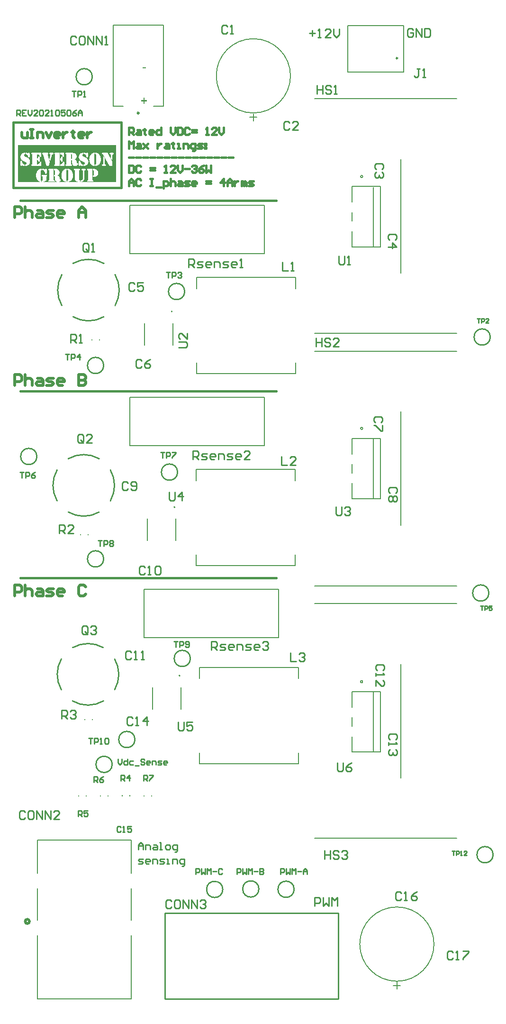
<source format=gto>
G04*
G04 #@! TF.GenerationSoftware,Altium Limited,Altium Designer,22.2.1 (43)*
G04*
G04 Layer_Color=65535*
%FSLAX25Y25*%
%MOIN*%
G70*
G04*
G04 #@! TF.SameCoordinates,E0F774C6-AB57-453B-A1BD-6DE14182A92C*
G04*
G04*
G04 #@! TF.FilePolarity,Positive*
G04*
G01*
G75*
%ADD10C,0.00600*%
%ADD11C,0.01181*%
%ADD12C,0.01000*%
%ADD13C,0.02000*%
%ADD14C,0.00787*%
%ADD15C,0.01102*%
%ADD16C,0.01500*%
%ADD17C,0.00500*%
G36*
X737402Y627250D02*
Y616000D01*
X696646D01*
X696795Y616015D01*
X696928Y616030D01*
X697032Y616059D01*
X697120Y616074D01*
X697194Y616089D01*
X697239Y616104D01*
X697254D01*
X697491Y616192D01*
X697594Y616237D01*
X697698Y616296D01*
X697772Y616341D01*
X697831Y616385D01*
X697861Y616400D01*
X697876Y616415D01*
X698083Y616607D01*
X698246Y616785D01*
X698305Y616859D01*
X698364Y616918D01*
X698379Y616963D01*
X698394Y616978D01*
X698468Y617096D01*
X698513Y617200D01*
X698572Y617362D01*
X698587Y617437D01*
X698601Y617481D01*
Y617585D01*
X698572Y617644D01*
X698527Y617748D01*
X698468Y617822D01*
X698453Y617851D01*
X698439D01*
X698379Y617910D01*
X698320Y617940D01*
X698216Y617999D01*
X698142Y618014D01*
X698113D01*
X698024Y617999D01*
X697950Y617970D01*
X697802Y617866D01*
X697743Y617807D01*
X697698Y617762D01*
X697683Y617733D01*
X697668Y617718D01*
X697624Y617673D01*
Y617688D01*
Y617703D01*
Y617718D01*
Y619066D01*
Y619184D01*
X697594Y619303D01*
X697579Y619406D01*
X697550Y619495D01*
X697520Y619584D01*
X697491Y619643D01*
X697476Y619673D01*
X697461Y619688D01*
X697313Y619910D01*
X697165Y620073D01*
X697091Y620147D01*
X697032Y620191D01*
X697002Y620221D01*
X696987Y620236D01*
X696780Y620369D01*
X696587Y620458D01*
X696498Y620502D01*
X696439Y620532D01*
X696395Y620547D01*
X696380D01*
X696113Y620621D01*
X695980Y620636D01*
X695847Y620650D01*
X695728Y620665D01*
X695565D01*
X695758Y620680D01*
X695936Y620710D01*
X696084Y620739D01*
X696217Y620769D01*
X696321Y620798D01*
X696395Y620828D01*
X696439Y620858D01*
X696454D01*
X696691Y620991D01*
X696795Y621065D01*
X696883Y621124D01*
X696943Y621183D01*
X697002Y621228D01*
X697032Y621257D01*
X697046Y621272D01*
X697254Y621524D01*
X697402Y621776D01*
X697520Y622043D01*
X697594Y622294D01*
X697639Y622516D01*
X697654Y622620D01*
Y622694D01*
X697668Y622768D01*
Y622813D01*
Y622842D01*
Y622857D01*
X697654Y623079D01*
X697624Y623272D01*
X697579Y623464D01*
X697520Y623642D01*
X697372Y623953D01*
X697209Y624220D01*
X697046Y624412D01*
X696898Y624560D01*
X696839Y624619D01*
X696795Y624649D01*
X696765Y624679D01*
X696750D01*
X696513Y624827D01*
X696276Y624945D01*
X696039Y625034D01*
X695817Y625108D01*
X695625Y625153D01*
X695476Y625182D01*
X695417D01*
X695373Y625197D01*
X695343D01*
X695136Y625212D01*
X694929Y625227D01*
X694721Y625241D01*
X694529Y625256D01*
X693803D01*
Y624294D01*
X693966Y624249D01*
X694099Y624190D01*
X694203Y624146D01*
X694292Y624101D01*
X694336Y624057D01*
X694381Y624027D01*
X694410Y624012D01*
Y623997D01*
X694455Y623923D01*
X694484Y623849D01*
X694529Y623672D01*
X694544Y623597D01*
Y623538D01*
Y623494D01*
Y623479D01*
Y621761D01*
Y621583D01*
X694529Y621465D01*
X694514Y621406D01*
X694499Y621376D01*
X694455Y621287D01*
X694395Y621198D01*
X694336Y621139D01*
X694321Y621109D01*
X694277Y621095D01*
X694218Y621065D01*
X694055Y621035D01*
X693966Y621021D01*
X693892Y621006D01*
X693847Y620991D01*
X693833D01*
Y620073D01*
X693966Y620058D01*
X694084Y620014D01*
X694173Y619984D01*
X694247Y619940D01*
X694307Y619910D01*
X694336Y619880D01*
X694366Y619865D01*
Y619851D01*
X694455Y619717D01*
X694499Y619584D01*
X694514Y619540D01*
X694529Y619495D01*
Y619465D01*
Y619451D01*
Y619421D01*
X694544Y619377D01*
Y619243D01*
Y619169D01*
Y619125D01*
Y619080D01*
Y619066D01*
Y617970D01*
X694558Y617644D01*
X694618Y617362D01*
X694706Y617111D01*
X694795Y616903D01*
X694884Y616741D01*
X694973Y616622D01*
X695032Y616548D01*
X695047Y616518D01*
X695254Y616341D01*
X695491Y616222D01*
X695728Y616133D01*
X695965Y616059D01*
X696173Y616030D01*
X696336Y616015D01*
X696395Y616000D01*
X668598D01*
Y627250D01*
Y642000D01*
X737402D01*
Y627250D01*
D02*
G37*
G36*
X757479Y673488D02*
X759218D01*
Y672757D01*
X757479D01*
Y671000D01*
X756739D01*
Y672757D01*
X755000D01*
Y673488D01*
X756739D01*
Y675227D01*
X757479D01*
Y673488D01*
D02*
G37*
G36*
X758433Y696000D02*
X756000D01*
Y696786D01*
X758433D01*
Y696000D01*
D02*
G37*
%LPC*%
G36*
X700882Y636506D02*
X697994D01*
Y635484D01*
X698290Y635440D01*
X698542Y635380D01*
X698764Y635306D01*
X698942Y635218D01*
X699090Y635143D01*
X699179Y635084D01*
X699253Y635040D01*
X699268Y635025D01*
X699431Y634877D01*
X699564Y634714D01*
X699683Y634536D01*
X699771Y634359D01*
X699846Y634196D01*
X699905Y634077D01*
X699934Y633988D01*
X699949Y633973D01*
Y633959D01*
X700008Y633811D01*
X700053Y633722D01*
X700097Y633662D01*
X700112Y633648D01*
X700201Y633603D01*
X700305Y633588D01*
X700379Y633573D01*
X700408D01*
X700571Y633588D01*
X700675Y633648D01*
X700749Y633692D01*
X700764Y633707D01*
X700838Y633825D01*
X700867Y633944D01*
X700882Y634033D01*
Y634062D01*
Y634077D01*
Y636506D01*
D02*
G37*
G36*
X684784D02*
X681896D01*
Y635484D01*
X682192Y635440D01*
X682444Y635380D01*
X682666Y635306D01*
X682844Y635218D01*
X682992Y635143D01*
X683081Y635084D01*
X683155Y635040D01*
X683169Y635025D01*
X683332Y634877D01*
X683466Y634714D01*
X683584Y634536D01*
X683673Y634359D01*
X683747Y634196D01*
X683806Y634077D01*
X683836Y633988D01*
X683851Y633973D01*
Y633959D01*
X683910Y633811D01*
X683954Y633722D01*
X683999Y633662D01*
X684014Y633648D01*
X684102Y633603D01*
X684206Y633588D01*
X684280Y633573D01*
X684310D01*
X684473Y633588D01*
X684576Y633648D01*
X684650Y633692D01*
X684665Y633707D01*
X684739Y633825D01*
X684769Y633944D01*
X684784Y634033D01*
Y634062D01*
Y634077D01*
Y636506D01*
D02*
G37*
G36*
X714863Y636639D02*
X714774D01*
Y635691D01*
X715040Y635617D01*
X715277Y635543D01*
X715470Y635454D01*
X715648Y635380D01*
X715766Y635306D01*
X715870Y635262D01*
X715929Y635218D01*
X715944Y635203D01*
X716033Y635040D01*
X716122Y634892D01*
X716181Y634758D01*
X716240Y634655D01*
X716299Y634566D01*
X716329Y634492D01*
X716359Y634447D01*
Y634433D01*
X716462Y634196D01*
X716536Y634003D01*
X716566Y633914D01*
X716581Y633855D01*
X716596Y633811D01*
Y633796D01*
X716625Y633692D01*
X716640Y633603D01*
X716670Y633544D01*
Y633529D01*
X716714Y633470D01*
X716744Y633426D01*
X716773Y633396D01*
X716788Y633381D01*
X716907Y633307D01*
X717025Y633277D01*
X717099Y633262D01*
X717129D01*
X717218Y633277D01*
X717292Y633292D01*
X717410Y633351D01*
X717484Y633396D01*
X717514Y633426D01*
X717603Y633559D01*
X717647Y633692D01*
X717662Y633737D01*
Y633781D01*
Y633811D01*
Y633825D01*
Y635958D01*
X717647Y636165D01*
X717603Y636313D01*
X717588Y636373D01*
X717558Y636417D01*
X717543Y636432D01*
Y636447D01*
X717499Y636506D01*
X717440Y636550D01*
X717321Y636610D01*
X717218Y636624D01*
X717173D01*
X717099Y636610D01*
X717025Y636595D01*
X716907Y636521D01*
X716832Y636432D01*
X716803Y636417D01*
Y636402D01*
X716655Y636195D01*
X716551D01*
X716492Y636210D01*
X716447Y636225D01*
X716433D01*
X716255Y636299D01*
X716092Y636358D01*
X715944Y636417D01*
X715826Y636461D01*
X715737Y636491D01*
X715663Y636506D01*
X715618Y636521D01*
X715603D01*
X715485Y636550D01*
X715351Y636580D01*
X715085Y636610D01*
X714952Y636624D01*
X714863Y636639D01*
D02*
G37*
G36*
X673809D02*
X673721D01*
Y635691D01*
X673987Y635617D01*
X674224Y635543D01*
X674417Y635454D01*
X674594Y635380D01*
X674713Y635306D01*
X674817Y635262D01*
X674876Y635218D01*
X674891Y635203D01*
X674979Y635040D01*
X675068Y634892D01*
X675128Y634758D01*
X675187Y634655D01*
X675246Y634566D01*
X675276Y634492D01*
X675305Y634447D01*
Y634433D01*
X675409Y634196D01*
X675483Y634003D01*
X675513Y633914D01*
X675527Y633855D01*
X675542Y633811D01*
Y633796D01*
X675572Y633692D01*
X675587Y633603D01*
X675616Y633544D01*
Y633529D01*
X675661Y633470D01*
X675690Y633426D01*
X675720Y633396D01*
X675735Y633381D01*
X675853Y633307D01*
X675972Y633277D01*
X676046Y633262D01*
X676075D01*
X676164Y633277D01*
X676238Y633292D01*
X676357Y633351D01*
X676431Y633396D01*
X676461Y633426D01*
X676549Y633559D01*
X676594Y633692D01*
X676609Y633737D01*
Y633781D01*
Y633811D01*
Y633825D01*
Y635958D01*
X676594Y636165D01*
X676549Y636313D01*
X676535Y636373D01*
X676505Y636417D01*
X676490Y636432D01*
Y636447D01*
X676446Y636506D01*
X676386Y636550D01*
X676268Y636610D01*
X676164Y636624D01*
X676120D01*
X676046Y636610D01*
X675972Y636595D01*
X675853Y636521D01*
X675779Y636432D01*
X675750Y636417D01*
Y636402D01*
X675601Y636195D01*
X675498D01*
X675439Y636210D01*
X675394Y636225D01*
X675379D01*
X675202Y636299D01*
X675039Y636358D01*
X674891Y636417D01*
X674772Y636461D01*
X674683Y636491D01*
X674609Y636506D01*
X674565Y636521D01*
X674550D01*
X674432Y636550D01*
X674298Y636580D01*
X674032Y636610D01*
X673898Y636624D01*
X673809Y636639D01*
D02*
G37*
G36*
X735167Y636506D02*
X733494D01*
X733301Y636491D01*
X733153Y636447D01*
X733064Y636402D01*
X733049Y636387D01*
X733035D01*
X732946Y636284D01*
X732901Y636165D01*
X732887Y636076D01*
Y636047D01*
Y636032D01*
X732901Y635928D01*
X732916Y635840D01*
X732931Y635780D01*
X732946Y635765D01*
X733020Y635691D01*
X733094Y635632D01*
X733168Y635588D01*
X733198Y635573D01*
X733331Y635499D01*
X733435Y635425D01*
X733523Y635351D01*
X733583Y635291D01*
X733642Y635218D01*
X733672Y635173D01*
X733701Y635143D01*
Y635129D01*
X733746Y635025D01*
X733790Y634906D01*
X733834Y634655D01*
X733849Y634551D01*
Y634462D01*
Y634403D01*
Y634373D01*
Y632552D01*
X734812Y631293D01*
Y634373D01*
Y634536D01*
X734827Y634669D01*
X734856Y634803D01*
X734871Y634906D01*
X734901Y634995D01*
X734915Y635055D01*
X734930Y635099D01*
Y635114D01*
X734990Y635203D01*
X735049Y635277D01*
X735197Y635410D01*
X735256Y635454D01*
X735315Y635484D01*
X735345Y635514D01*
X735360D01*
X735449Y635558D01*
X735523Y635603D01*
X735641Y635677D01*
X735701Y635721D01*
X735715Y635736D01*
X735775Y635825D01*
X735789Y635914D01*
X735804Y635988D01*
Y636017D01*
X735789Y636151D01*
X735745Y636239D01*
X735701Y636299D01*
X735686Y636313D01*
X735612Y636373D01*
X735523Y636432D01*
X735330Y636476D01*
X735241Y636491D01*
X735167Y636506D01*
D02*
G37*
G36*
X692811D02*
X691108D01*
X690900Y636491D01*
X690752Y636447D01*
X690693Y636417D01*
X690649Y636387D01*
X690634Y636373D01*
X690619D01*
X690560Y636328D01*
X690515Y636269D01*
X690471Y636151D01*
X690441Y636047D01*
Y636017D01*
Y636002D01*
X690456Y635884D01*
X690485Y635795D01*
X690545Y635706D01*
X690604Y635647D01*
X690649Y635603D01*
X690708Y635573D01*
X690737Y635558D01*
X690752D01*
X690960Y635484D01*
X691078Y635410D01*
X691167Y635336D01*
X691226Y635277D01*
X691241Y635262D01*
Y635247D01*
X691270Y635143D01*
X691300Y635069D01*
Y635010D01*
Y634995D01*
Y634966D01*
X691285Y634936D01*
X691256Y634832D01*
X691241Y634743D01*
X691226Y634714D01*
Y634699D01*
X690471Y631944D01*
X690945Y630597D01*
X692085Y634373D01*
X692144Y634536D01*
X692189Y634684D01*
X692248Y634803D01*
X692292Y634906D01*
X692337Y634980D01*
X692366Y635040D01*
X692381Y635069D01*
X692396Y635084D01*
X692455Y635173D01*
X692529Y635247D01*
X692589Y635306D01*
X692633Y635351D01*
X692707Y635410D01*
X692737Y635425D01*
X693018Y635573D01*
X693151Y635647D01*
X693255Y635706D01*
X693299Y635751D01*
X693314Y635765D01*
X693359Y635854D01*
X693373Y635943D01*
X693388Y636002D01*
Y636032D01*
X693373Y636121D01*
X693359Y636195D01*
X693270Y636313D01*
X693196Y636387D01*
X693166Y636417D01*
X693151D01*
X693092Y636447D01*
X693033Y636476D01*
X692885Y636491D01*
X692811Y636506D01*
D02*
G37*
G36*
X699327Y633959D02*
X699283D01*
X699149Y633944D01*
X699046Y633899D01*
X698986Y633840D01*
X698957Y633825D01*
X698883Y633707D01*
X698824Y633573D01*
X698809Y633514D01*
X698794Y633470D01*
X698779Y633440D01*
Y633426D01*
X698749Y633307D01*
X698705Y633203D01*
X698675Y633114D01*
X698631Y633026D01*
X698601Y632966D01*
X698572Y632922D01*
X698557Y632907D01*
X698542Y632892D01*
X698468Y632818D01*
X698379Y632744D01*
X698187Y632626D01*
X698098Y632566D01*
X698039Y632522D01*
X697979Y632507D01*
X697965Y632492D01*
Y631559D01*
X698098Y631515D01*
X698202Y631470D01*
X698305Y631426D01*
X698379Y631367D01*
X698439Y631322D01*
X698483Y631278D01*
X698498Y631263D01*
X698513Y631248D01*
X698572Y631159D01*
X698631Y631071D01*
X698720Y630863D01*
X698749Y630774D01*
X698779Y630700D01*
X698794Y630641D01*
Y630626D01*
X698853Y630464D01*
X698912Y630345D01*
X698957Y630286D01*
X698972Y630256D01*
X699075Y630182D01*
X699179Y630152D01*
X699268Y630138D01*
X699298D01*
X699386Y630152D01*
X699475Y630167D01*
X699579Y630227D01*
X699653Y630271D01*
X699668Y630301D01*
X699697Y630375D01*
X699727Y630449D01*
X699757Y630612D01*
X699771Y630686D01*
Y630745D01*
Y630789D01*
Y630804D01*
Y633262D01*
Y633381D01*
X699757Y633470D01*
X699742Y633544D01*
Y633603D01*
X699727Y633648D01*
X699712Y633677D01*
X699697Y633707D01*
X699653Y633796D01*
X699594Y633855D01*
X699520Y633899D01*
X699446Y633929D01*
X699386Y633944D01*
X699327Y633959D01*
D02*
G37*
G36*
X683229D02*
X683184D01*
X683051Y633944D01*
X682947Y633899D01*
X682888Y633840D01*
X682858Y633825D01*
X682784Y633707D01*
X682725Y633573D01*
X682710Y633514D01*
X682695Y633470D01*
X682681Y633440D01*
Y633426D01*
X682651Y633307D01*
X682607Y633203D01*
X682577Y633114D01*
X682533Y633026D01*
X682503Y632966D01*
X682473Y632922D01*
X682458Y632907D01*
X682444Y632892D01*
X682370Y632818D01*
X682281Y632744D01*
X682088Y632626D01*
X681999Y632566D01*
X681940Y632522D01*
X681881Y632507D01*
X681866Y632492D01*
Y631559D01*
X681999Y631515D01*
X682103Y631470D01*
X682207Y631426D01*
X682281Y631367D01*
X682340Y631322D01*
X682384Y631278D01*
X682399Y631263D01*
X682414Y631248D01*
X682473Y631159D01*
X682533Y631071D01*
X682621Y630863D01*
X682651Y630774D01*
X682681Y630700D01*
X682695Y630641D01*
Y630626D01*
X682755Y630464D01*
X682814Y630345D01*
X682858Y630286D01*
X682873Y630256D01*
X682977Y630182D01*
X683081Y630152D01*
X683169Y630138D01*
X683199D01*
X683288Y630152D01*
X683377Y630167D01*
X683480Y630227D01*
X683555Y630271D01*
X683569Y630301D01*
X683599Y630375D01*
X683629Y630449D01*
X683658Y630612D01*
X683673Y630686D01*
Y630745D01*
Y630789D01*
Y630804D01*
Y633262D01*
Y633381D01*
X683658Y633470D01*
X683643Y633544D01*
Y633603D01*
X683629Y633648D01*
X683614Y633677D01*
X683599Y633707D01*
X683555Y633796D01*
X683495Y633855D01*
X683421Y633899D01*
X683347Y633929D01*
X683288Y633944D01*
X683229Y633959D01*
D02*
G37*
G36*
X731302Y636506D02*
X728221D01*
X728073Y636491D01*
X727970D01*
X727881Y636476D01*
X727822Y636461D01*
X727777D01*
X727747Y636447D01*
X727659Y636387D01*
X727599Y636328D01*
X727555Y636284D01*
X727540Y636254D01*
X727496Y636165D01*
X727481Y636076D01*
X727466Y636017D01*
Y635988D01*
X727481Y635884D01*
X727510Y635795D01*
X727525Y635736D01*
X727540Y635721D01*
X727614Y635647D01*
X727688Y635603D01*
X727747Y635573D01*
X727762Y635558D01*
X727955Y635484D01*
X728058Y635440D01*
X728133Y635395D01*
X728177Y635366D01*
X728192Y635351D01*
X728221Y635321D01*
X728251Y635277D01*
X728325Y635173D01*
X728384Y635084D01*
X728399Y635055D01*
Y635040D01*
X732812Y627427D01*
X734812D01*
Y630434D01*
X731302Y636506D01*
D02*
G37*
G36*
X728384Y634225D02*
Y629501D01*
X728370Y629219D01*
X728310Y628982D01*
X728236Y628790D01*
X728162Y628642D01*
X728073Y628523D01*
X727999Y628449D01*
X727940Y628405D01*
X727925Y628390D01*
X727822Y628331D01*
X727718Y628286D01*
X727659Y628242D01*
X727599Y628212D01*
X727555Y628183D01*
X727525Y628153D01*
X727510Y628138D01*
X727466Y628064D01*
X727451Y627975D01*
X727436Y627916D01*
Y627886D01*
X727451Y627812D01*
X727466Y627738D01*
X727555Y627620D01*
X727659Y627546D01*
X727792Y627487D01*
X727925Y627457D01*
X728044Y627442D01*
X728118Y627427D01*
X729776D01*
X729880Y627442D01*
X729969Y627457D01*
X730028Y627487D01*
X730088Y627501D01*
X730117Y627516D01*
X730147Y627531D01*
X730206Y627590D01*
X730265Y627649D01*
X730310Y627768D01*
X730339Y627857D01*
Y627872D01*
Y627886D01*
X730324Y627975D01*
X730295Y628064D01*
X730221Y628183D01*
X730132Y628257D01*
X730102Y628286D01*
X730088D01*
X729895Y628390D01*
X729717Y628523D01*
X729584Y628657D01*
X729539Y628716D01*
X729510Y628760D01*
X729480Y628790D01*
Y628805D01*
X729436Y628908D01*
X729406Y629027D01*
X729362Y629249D01*
Y629353D01*
X729347Y629427D01*
Y629486D01*
Y629501D01*
Y632981D01*
X728384Y634225D01*
D02*
G37*
G36*
X705651Y636506D02*
X702452D01*
X702259Y636491D01*
X702126Y636447D01*
X702037Y636387D01*
X702023Y636373D01*
X702008D01*
X701948Y636328D01*
X701919Y636269D01*
X701860Y636165D01*
X701845Y636076D01*
Y636032D01*
X701860Y635899D01*
X701904Y635795D01*
X701948Y635721D01*
X702023Y635662D01*
X702082Y635617D01*
X702126Y635588D01*
X702171Y635558D01*
X702185D01*
X702245Y635529D01*
X702304Y635514D01*
X702363Y635484D01*
X702393Y635469D01*
X702422Y635454D01*
X702437Y635440D01*
X702467Y635366D01*
X702496Y635291D01*
Y635218D01*
Y635203D01*
Y635188D01*
Y628731D01*
X702482Y628612D01*
X702467Y628538D01*
X702452Y628494D01*
X702437Y628479D01*
X702408Y628449D01*
X702393Y628435D01*
X702378D01*
X702348Y628420D01*
X702289Y628405D01*
X702215Y628375D01*
X702200Y628360D01*
X702185D01*
X702067Y628301D01*
X701993Y628242D01*
X701934Y628153D01*
X701889Y628079D01*
X701860Y628005D01*
X701845Y627946D01*
Y627886D01*
X701860Y627798D01*
X701874Y627738D01*
X701934Y627620D01*
X701978Y627561D01*
X702008Y627531D01*
X702141Y627472D01*
X702289Y627442D01*
X702348Y627427D01*
X705843D01*
X705932Y627442D01*
X706021Y627457D01*
X706080Y627472D01*
X706140Y627487D01*
X706169Y627501D01*
X706199Y627516D01*
X706288Y627575D01*
X706347Y627635D01*
X706391Y627709D01*
X706421Y627768D01*
X706451Y627857D01*
Y627886D01*
Y627901D01*
X706436Y628035D01*
X706377Y628138D01*
X706303Y628227D01*
X706214Y628286D01*
X706110Y628331D01*
X706036Y628375D01*
X705977Y628390D01*
X705962D01*
X705858Y628420D01*
X705799Y628435D01*
X705784Y628449D01*
X705769D01*
X705740Y628464D01*
X705710Y628494D01*
X705695Y628523D01*
X705681Y628538D01*
X705666Y628553D01*
Y628583D01*
X705651Y628671D01*
Y628746D01*
Y628760D01*
Y628775D01*
Y636506D01*
D02*
G37*
G36*
X700541Y630449D02*
X700497D01*
X700364Y630434D01*
X700275Y630404D01*
X700201Y630360D01*
X700186Y630345D01*
X700112Y630241D01*
X700053Y630123D01*
X700023Y630034D01*
X700008Y630004D01*
Y629989D01*
X699949Y629841D01*
X699905Y629723D01*
X699846Y629619D01*
X699801Y629516D01*
X699757Y629456D01*
X699727Y629397D01*
X699712Y629367D01*
X699697Y629353D01*
X699579Y629175D01*
X699446Y629027D01*
X699386Y628968D01*
X699342Y628923D01*
X699312Y628894D01*
X699298Y628879D01*
X699105Y628731D01*
X698942Y628627D01*
X698868Y628597D01*
X698824Y628568D01*
X698794Y628553D01*
X698779D01*
X698675Y628509D01*
X698557Y628479D01*
X698305Y628420D01*
X698187Y628390D01*
X698098Y628375D01*
X698039Y628360D01*
X698009D01*
Y627427D01*
X700971D01*
Y629827D01*
X700956Y630019D01*
X700912Y630167D01*
X700867Y630256D01*
X700852Y630286D01*
X700808Y630345D01*
X700749Y630375D01*
X700630Y630434D01*
X700541Y630449D01*
D02*
G37*
G36*
X697713Y636506D02*
X694514D01*
X694321Y636491D01*
X694188Y636447D01*
X694099Y636387D01*
X694084Y636373D01*
X694070D01*
X694010Y636328D01*
X693981Y636269D01*
X693922Y636165D01*
X693907Y636076D01*
Y636032D01*
X693922Y635899D01*
X693966Y635795D01*
X694010Y635721D01*
X694084Y635662D01*
X694144Y635617D01*
X694188Y635588D01*
X694233Y635558D01*
X694247D01*
X694307Y635529D01*
X694366Y635514D01*
X694425Y635484D01*
X694455Y635469D01*
X694484Y635454D01*
X694499Y635440D01*
X694529Y635366D01*
X694558Y635291D01*
Y635218D01*
Y635203D01*
Y635188D01*
Y628731D01*
X694544Y628612D01*
X694529Y628538D01*
X694514Y628494D01*
X694499Y628479D01*
X694469Y628449D01*
X694455Y628435D01*
X694440D01*
X694410Y628420D01*
X694351Y628405D01*
X694277Y628375D01*
X694262Y628360D01*
X694247D01*
X694129Y628301D01*
X694055Y628242D01*
X693996Y628153D01*
X693951Y628079D01*
X693922Y628005D01*
X693907Y627946D01*
Y627886D01*
X693922Y627798D01*
X693936Y627738D01*
X693996Y627620D01*
X694040Y627561D01*
X694070Y627531D01*
X694203Y627472D01*
X694351Y627442D01*
X694410Y627427D01*
X697713D01*
Y636506D01*
D02*
G37*
G36*
X689167D02*
X686013D01*
X685909Y636491D01*
X685820Y636476D01*
X685746Y636447D01*
X685687Y636432D01*
X685643Y636402D01*
X685628Y636387D01*
X685613D01*
X685539Y636328D01*
X685480Y636254D01*
X685450Y636195D01*
X685421Y636121D01*
X685406Y636062D01*
X685391Y636017D01*
Y635973D01*
X685406Y635840D01*
X685435Y635751D01*
X685465Y635691D01*
X685480Y635677D01*
X685569Y635617D01*
X685672Y635558D01*
X685761Y635514D01*
X685776Y635499D01*
X685791D01*
X685835Y635469D01*
X685865Y635440D01*
X685880Y635425D01*
Y635410D01*
X685909Y635366D01*
X685939Y635306D01*
X685954Y635262D01*
X685968Y635232D01*
X688279Y627427D01*
X690204D01*
X690841Y629812D01*
X689345Y635069D01*
X689330Y635129D01*
Y635188D01*
Y635232D01*
Y635247D01*
Y635321D01*
X689345Y635380D01*
X689360Y635410D01*
Y635425D01*
X689404Y635469D01*
X689464Y635514D01*
X689523Y635529D01*
X689538Y635543D01*
X689641Y635603D01*
X689715Y635677D01*
X689775Y635765D01*
X689804Y635840D01*
X689834Y635914D01*
X689849Y635958D01*
Y636002D01*
Y636017D01*
X689834Y636091D01*
X689819Y636165D01*
X689789Y636210D01*
X689775Y636225D01*
X689730Y636299D01*
X689686Y636358D01*
X689641Y636387D01*
X689627Y636402D01*
X689552Y636447D01*
X689478Y636461D01*
X689419Y636476D01*
X689404D01*
X689360Y636491D01*
X689286D01*
X689167Y636506D01*
D02*
G37*
G36*
X684443Y630449D02*
X684399D01*
X684265Y630434D01*
X684176Y630404D01*
X684102Y630360D01*
X684088Y630345D01*
X684014Y630241D01*
X683954Y630123D01*
X683925Y630034D01*
X683910Y630004D01*
Y629989D01*
X683851Y629841D01*
X683806Y629723D01*
X683747Y629619D01*
X683703Y629516D01*
X683658Y629456D01*
X683629Y629397D01*
X683614Y629367D01*
X683599Y629353D01*
X683480Y629175D01*
X683347Y629027D01*
X683288Y628968D01*
X683244Y628923D01*
X683214Y628894D01*
X683199Y628879D01*
X683006Y628731D01*
X682844Y628627D01*
X682769Y628597D01*
X682725Y628568D01*
X682695Y628553D01*
X682681D01*
X682577Y628509D01*
X682458Y628479D01*
X682207Y628420D01*
X682088Y628390D01*
X681999Y628375D01*
X681940Y628360D01*
X681911D01*
Y627427D01*
X684873D01*
Y629827D01*
X684858Y630019D01*
X684813Y630167D01*
X684769Y630256D01*
X684754Y630286D01*
X684710Y630345D01*
X684650Y630375D01*
X684532Y630434D01*
X684443Y630449D01*
D02*
G37*
G36*
X681614Y636506D02*
X678415D01*
X678223Y636491D01*
X678090Y636447D01*
X678001Y636387D01*
X677986Y636373D01*
X677971D01*
X677912Y636328D01*
X677882Y636269D01*
X677823Y636165D01*
X677808Y636076D01*
Y636032D01*
X677823Y635899D01*
X677867Y635795D01*
X677912Y635721D01*
X677986Y635662D01*
X678045Y635617D01*
X678090Y635588D01*
X678134Y635558D01*
X678149D01*
X678208Y635529D01*
X678267Y635514D01*
X678327Y635484D01*
X678356Y635469D01*
X678386Y635454D01*
X678401Y635440D01*
X678430Y635366D01*
X678460Y635291D01*
Y635218D01*
Y635203D01*
Y635188D01*
Y628731D01*
X678445Y628612D01*
X678430Y628538D01*
X678415Y628494D01*
X678401Y628479D01*
X678371Y628449D01*
X678356Y628435D01*
X678341D01*
X678312Y628420D01*
X678253Y628405D01*
X678178Y628375D01*
X678164Y628360D01*
X678149D01*
X678030Y628301D01*
X677956Y628242D01*
X677897Y628153D01*
X677853Y628079D01*
X677823Y628005D01*
X677808Y627946D01*
Y627886D01*
X677823Y627798D01*
X677838Y627738D01*
X677897Y627620D01*
X677942Y627561D01*
X677971Y627531D01*
X678104Y627472D01*
X678253Y627442D01*
X678312Y627427D01*
X681614D01*
Y636506D01*
D02*
G37*
G36*
X722875Y636669D02*
X722786D01*
Y635751D01*
X722875Y635721D01*
X722949Y635677D01*
X723068Y635632D01*
X723127Y635603D01*
X723142Y635588D01*
X723201Y635529D01*
X723245Y635484D01*
X723275Y635425D01*
X723290Y635410D01*
X723349Y635262D01*
X723379Y635114D01*
X723393Y635040D01*
Y634980D01*
Y634951D01*
Y634936D01*
Y629160D01*
Y628982D01*
X723364Y628834D01*
X723349Y628716D01*
X723319Y628612D01*
X723290Y628538D01*
X723260Y628479D01*
X723245Y628449D01*
X723231Y628435D01*
X723186Y628375D01*
X723142Y628331D01*
X723112Y628316D01*
X723097Y628301D01*
X723068Y628286D01*
X723023Y628272D01*
X722919Y628227D01*
X722831Y628212D01*
X722801Y628197D01*
X722786D01*
Y627264D01*
X723082Y627294D01*
X723379Y627339D01*
X723645Y627398D01*
X723897Y627487D01*
X724134Y627561D01*
X724341Y627664D01*
X724548Y627753D01*
X724726Y627857D01*
X724874Y627946D01*
X725023Y628035D01*
X725141Y628124D01*
X725245Y628197D01*
X725319Y628272D01*
X725378Y628316D01*
X725408Y628346D01*
X725422Y628360D01*
X725659Y628612D01*
X725852Y628894D01*
X726030Y629175D01*
X726178Y629471D01*
X726311Y629767D01*
X726415Y630064D01*
X726504Y630360D01*
X726578Y630641D01*
X726637Y630908D01*
X726666Y631159D01*
X726696Y631382D01*
X726726Y631574D01*
Y631722D01*
X726740Y631841D01*
Y631944D01*
X726726Y632374D01*
X726681Y632774D01*
X726607Y633159D01*
X726533Y633499D01*
X726415Y633840D01*
X726311Y634136D01*
X726178Y634418D01*
X726059Y634655D01*
X725926Y634877D01*
X725793Y635069D01*
X725689Y635232D01*
X725585Y635380D01*
X725496Y635484D01*
X725422Y635558D01*
X725378Y635603D01*
X725363Y635617D01*
X725171Y635795D01*
X724978Y635943D01*
X724786Y636076D01*
X724623Y636180D01*
X724474Y636269D01*
X724356Y636328D01*
X724282Y636358D01*
X724252Y636373D01*
X724015Y636461D01*
X723764Y636536D01*
X723527Y636580D01*
X723290Y636624D01*
X723097Y636639D01*
X722934Y636654D01*
X722875Y636669D01*
D02*
G37*
G36*
X722534D02*
X722223Y636654D01*
X721927Y636610D01*
X721675Y636565D01*
X721468Y636506D01*
X721290Y636461D01*
X721157Y636417D01*
X721083Y636387D01*
X721053Y636373D01*
X720831Y636269D01*
X720624Y636151D01*
X720446Y636017D01*
X720283Y635899D01*
X720135Y635795D01*
X720031Y635706D01*
X719972Y635647D01*
X719943Y635617D01*
X719706Y635351D01*
X719498Y635084D01*
X719321Y634818D01*
X719172Y634566D01*
X719069Y634344D01*
X719024Y634255D01*
X718980Y634181D01*
X718950Y634107D01*
X718936Y634062D01*
X718921Y634033D01*
Y634018D01*
X718817Y633662D01*
X718728Y633307D01*
X718669Y632951D01*
X718639Y632641D01*
X718624Y632492D01*
X718610Y632359D01*
Y632241D01*
X718595Y632137D01*
Y631944D01*
X718610Y631530D01*
X718654Y631130D01*
X718713Y630760D01*
X718802Y630419D01*
X718891Y630093D01*
X719010Y629797D01*
X719113Y629530D01*
X719247Y629293D01*
X719365Y629071D01*
X719484Y628894D01*
X719587Y628731D01*
X719676Y628597D01*
X719765Y628494D01*
X719824Y628420D01*
X719869Y628375D01*
X719883Y628360D01*
X720076Y628183D01*
X720283Y628035D01*
X720505Y627901D01*
X720728Y627783D01*
X720950Y627679D01*
X721172Y627590D01*
X721587Y627442D01*
X721779Y627398D01*
X721957Y627353D01*
X722120Y627324D01*
X722268Y627294D01*
X722371Y627279D01*
X722460D01*
X722520Y627264D01*
X722534D01*
Y628183D01*
X722401Y628227D01*
X722297Y628272D01*
X722223Y628316D01*
X722164Y628360D01*
X722120Y628390D01*
X722090Y628420D01*
X722060Y628449D01*
X722016Y628538D01*
X721986Y628642D01*
X721957Y628879D01*
X721942Y628982D01*
Y629071D01*
Y629131D01*
Y629160D01*
Y634936D01*
Y635055D01*
X721957Y635173D01*
X721972Y635262D01*
X722001Y635336D01*
X722016Y635380D01*
X722031Y635425D01*
X722046Y635454D01*
X722090Y635514D01*
X722164Y635573D01*
X722327Y635662D01*
X722401Y635706D01*
X722475Y635721D01*
X722520Y635751D01*
X722534D01*
Y636669D01*
D02*
G37*
G36*
X714552D02*
X714078Y636624D01*
X713663Y636550D01*
X713308Y636447D01*
X713145Y636402D01*
X713012Y636343D01*
X712878Y636284D01*
X712760Y636239D01*
X712671Y636195D01*
X712597Y636151D01*
X712538Y636106D01*
X712478Y636091D01*
X712464Y636062D01*
X712449D01*
X712241Y635899D01*
X712064Y635736D01*
X711916Y635558D01*
X711782Y635380D01*
X711693Y635232D01*
X711619Y635114D01*
X711575Y635040D01*
X711560Y635025D01*
Y635010D01*
X711456Y634758D01*
X711382Y634507D01*
X711323Y634270D01*
X711294Y634062D01*
X711264Y633870D01*
X711249Y633722D01*
Y633588D01*
X711264Y633307D01*
X711308Y633055D01*
X711368Y632803D01*
X711442Y632566D01*
X711545Y632359D01*
X711649Y632152D01*
X711767Y631974D01*
X711886Y631811D01*
X712005Y631663D01*
X712123Y631530D01*
X712227Y631426D01*
X712330Y631322D01*
X712404Y631248D01*
X712464Y631204D01*
X712508Y631174D01*
X712523Y631159D01*
X712715Y631026D01*
X712893Y630923D01*
X712967Y630878D01*
X713026Y630849D01*
X713056Y630819D01*
X713071D01*
X713204Y630760D01*
X713367Y630686D01*
X713559Y630597D01*
X713737Y630508D01*
X713915Y630434D01*
X714048Y630375D01*
X714108Y630345D01*
X714152Y630330D01*
X714167Y630315D01*
X714182D01*
X714419Y630197D01*
X714626Y630108D01*
X714789Y630019D01*
X714922Y629945D01*
X715011Y629886D01*
X715085Y629841D01*
X715115Y629812D01*
X715129Y629797D01*
X715248Y629693D01*
X715322Y629575D01*
X715381Y629471D01*
X715426Y629367D01*
X715455Y629279D01*
X715470Y629205D01*
Y629160D01*
Y629145D01*
X715455Y629027D01*
X715440Y628908D01*
X715396Y628805D01*
X715366Y628731D01*
X715322Y628671D01*
X715277Y628627D01*
X715263Y628597D01*
X715248Y628583D01*
X715159Y628509D01*
X715026Y628435D01*
X714759Y628316D01*
X714626Y628272D01*
X714522Y628242D01*
X714448Y628227D01*
X714419Y628212D01*
Y627264D01*
X714626D01*
X714804Y627279D01*
X714981Y627309D01*
X715129Y627324D01*
X715263Y627353D01*
X715351Y627368D01*
X715426Y627383D01*
X715440D01*
X715618Y627427D01*
X715781Y627487D01*
X715944Y627546D01*
X716062Y627590D01*
X716181Y627635D01*
X716255Y627679D01*
X716314Y627694D01*
X716329Y627709D01*
X716596Y627872D01*
X716832Y628064D01*
X717040Y628257D01*
X717203Y628435D01*
X717336Y628597D01*
X717440Y628731D01*
X717499Y628820D01*
X717514Y628834D01*
Y628849D01*
X717662Y629131D01*
X717766Y629397D01*
X717854Y629664D01*
X717899Y629916D01*
X717929Y630123D01*
X717958Y630286D01*
Y630434D01*
X717943Y630641D01*
X717914Y630849D01*
X717869Y631056D01*
X717810Y631234D01*
X717662Y631589D01*
X717499Y631885D01*
X717410Y632019D01*
X717336Y632122D01*
X717247Y632226D01*
X717188Y632315D01*
X717129Y632374D01*
X717084Y632418D01*
X717055Y632448D01*
X717040Y632463D01*
X716966Y632566D01*
X716892Y632655D01*
X716714Y632818D01*
X716640Y632877D01*
X716581Y632922D01*
X716536Y632937D01*
X716522Y632951D01*
X716388Y633026D01*
X716240Y633114D01*
X716092Y633188D01*
X715944Y633262D01*
X715811Y633337D01*
X715707Y633381D01*
X715633Y633411D01*
X715603Y633426D01*
X715440Y633499D01*
X715277Y633559D01*
X715026Y633677D01*
X714804Y633781D01*
X714641Y633855D01*
X714522Y633914D01*
X714448Y633959D01*
X714404Y633988D01*
X714389D01*
X714270Y634062D01*
X714167Y634136D01*
X714078Y634196D01*
X714004Y634255D01*
X713945Y634314D01*
X713915Y634359D01*
X713900Y634373D01*
X713885Y634388D01*
X713797Y634566D01*
X713752Y634729D01*
Y634788D01*
X713737Y634847D01*
Y634877D01*
Y634892D01*
X713752Y634995D01*
X713767Y635084D01*
X713826Y635232D01*
X713856Y635291D01*
X713885Y635336D01*
X713915Y635351D01*
Y635366D01*
X713989Y635440D01*
X714093Y635499D01*
X714300Y635603D01*
X714404Y635647D01*
X714478Y635677D01*
X714537Y635691D01*
X714552D01*
Y636669D01*
D02*
G37*
G36*
X711753Y630937D02*
X711649D01*
X711590Y630908D01*
X711471Y630849D01*
X711412Y630789D01*
X711382Y630774D01*
Y630760D01*
X711308Y630626D01*
X711264Y630493D01*
Y630449D01*
X711249Y630404D01*
Y627901D01*
X711264Y627798D01*
X711323Y627620D01*
X711397Y627501D01*
X711501Y627427D01*
X711590Y627368D01*
X711664Y627353D01*
X711723Y627339D01*
X711738D01*
X711812Y627353D01*
X711886Y627368D01*
X711990Y627427D01*
X712064Y627487D01*
X712093Y627516D01*
X712182Y627620D01*
X712227Y627679D01*
X712256Y627709D01*
X712301Y627724D01*
X712345Y627738D01*
X712434D01*
X712478Y627724D01*
X712508Y627709D01*
X712523Y627694D01*
X712612Y627664D01*
X712715Y627620D01*
X712804Y627575D01*
X712819Y627561D01*
X712834D01*
X713086Y627457D01*
X713337Y627383D01*
X713559Y627339D01*
X713767Y627309D01*
X713945Y627279D01*
X714093Y627264D01*
X714211D01*
Y628227D01*
X714004Y628272D01*
X713826Y628316D01*
X713678Y628375D01*
X713545Y628435D01*
X713456Y628479D01*
X713382Y628523D01*
X713337Y628538D01*
X713323Y628553D01*
X713174Y628716D01*
X713041Y628864D01*
X712937Y629012D01*
X712834Y629160D01*
X712745Y629264D01*
X712686Y629367D01*
X712656Y629427D01*
X712641Y629442D01*
X712464Y629797D01*
X712404Y629975D01*
X712345Y630138D01*
X712301Y630271D01*
X712271Y630375D01*
X712241Y630434D01*
Y630464D01*
X712182Y630626D01*
X712123Y630730D01*
X712064Y630804D01*
X712049Y630819D01*
X711960Y630893D01*
X711842Y630923D01*
X711753Y630937D01*
D02*
G37*
G36*
X673498Y636669D02*
X673025Y636624D01*
X672610Y636550D01*
X672254Y636447D01*
X672091Y636402D01*
X671958Y636343D01*
X671825Y636284D01*
X671706Y636239D01*
X671618Y636195D01*
X671544Y636151D01*
X671484Y636106D01*
X671425Y636091D01*
X671410Y636062D01*
X671395D01*
X671188Y635899D01*
X671010Y635736D01*
X670862Y635558D01*
X670729Y635380D01*
X670640Y635232D01*
X670566Y635114D01*
X670522Y635040D01*
X670507Y635025D01*
Y635010D01*
X670403Y634758D01*
X670329Y634507D01*
X670270Y634270D01*
X670240Y634062D01*
X670211Y633870D01*
X670196Y633722D01*
Y633588D01*
X670211Y633307D01*
X670255Y633055D01*
X670314Y632803D01*
X670388Y632566D01*
X670492Y632359D01*
X670596Y632152D01*
X670714Y631974D01*
X670833Y631811D01*
X670951Y631663D01*
X671070Y631530D01*
X671173Y631426D01*
X671277Y631322D01*
X671351Y631248D01*
X671410Y631204D01*
X671455Y631174D01*
X671469Y631159D01*
X671662Y631026D01*
X671840Y630923D01*
X671914Y630878D01*
X671973Y630849D01*
X672003Y630819D01*
X672017D01*
X672151Y630760D01*
X672314Y630686D01*
X672506Y630597D01*
X672684Y630508D01*
X672862Y630434D01*
X672995Y630375D01*
X673054Y630345D01*
X673099Y630330D01*
X673113Y630315D01*
X673128D01*
X673365Y630197D01*
X673572Y630108D01*
X673735Y630019D01*
X673869Y629945D01*
X673958Y629886D01*
X674032Y629841D01*
X674061Y629812D01*
X674076Y629797D01*
X674194Y629693D01*
X674269Y629575D01*
X674328Y629471D01*
X674372Y629367D01*
X674402Y629279D01*
X674417Y629205D01*
Y629160D01*
Y629145D01*
X674402Y629027D01*
X674387Y628908D01*
X674343Y628805D01*
X674313Y628731D01*
X674269Y628671D01*
X674224Y628627D01*
X674209Y628597D01*
X674194Y628583D01*
X674106Y628509D01*
X673972Y628435D01*
X673706Y628316D01*
X673572Y628272D01*
X673469Y628242D01*
X673395Y628227D01*
X673365Y628212D01*
Y627264D01*
X673572D01*
X673750Y627279D01*
X673928Y627309D01*
X674076Y627324D01*
X674209Y627353D01*
X674298Y627368D01*
X674372Y627383D01*
X674387D01*
X674565Y627427D01*
X674728Y627487D01*
X674891Y627546D01*
X675009Y627590D01*
X675128Y627635D01*
X675202Y627679D01*
X675261Y627694D01*
X675276Y627709D01*
X675542Y627872D01*
X675779Y628064D01*
X675987Y628257D01*
X676150Y628435D01*
X676283Y628597D01*
X676386Y628731D01*
X676446Y628820D01*
X676461Y628834D01*
Y628849D01*
X676609Y629131D01*
X676712Y629397D01*
X676801Y629664D01*
X676846Y629916D01*
X676875Y630123D01*
X676905Y630286D01*
Y630434D01*
X676890Y630641D01*
X676860Y630849D01*
X676816Y631056D01*
X676757Y631234D01*
X676609Y631589D01*
X676446Y631885D01*
X676357Y632019D01*
X676283Y632122D01*
X676194Y632226D01*
X676135Y632315D01*
X676075Y632374D01*
X676031Y632418D01*
X676001Y632448D01*
X675987Y632463D01*
X675913Y632566D01*
X675839Y632655D01*
X675661Y632818D01*
X675587Y632877D01*
X675527Y632922D01*
X675483Y632937D01*
X675468Y632951D01*
X675335Y633026D01*
X675187Y633114D01*
X675039Y633188D01*
X674891Y633262D01*
X674757Y633337D01*
X674654Y633381D01*
X674580Y633411D01*
X674550Y633426D01*
X674387Y633499D01*
X674224Y633559D01*
X673972Y633677D01*
X673750Y633781D01*
X673587Y633855D01*
X673469Y633914D01*
X673395Y633959D01*
X673350Y633988D01*
X673336D01*
X673217Y634062D01*
X673113Y634136D01*
X673025Y634196D01*
X672951Y634255D01*
X672891Y634314D01*
X672862Y634359D01*
X672847Y634373D01*
X672832Y634388D01*
X672743Y634566D01*
X672699Y634729D01*
Y634788D01*
X672684Y634847D01*
Y634877D01*
Y634892D01*
X672699Y634995D01*
X672714Y635084D01*
X672773Y635232D01*
X672802Y635291D01*
X672832Y635336D01*
X672862Y635351D01*
Y635366D01*
X672936Y635440D01*
X673039Y635499D01*
X673247Y635603D01*
X673350Y635647D01*
X673424Y635677D01*
X673484Y635691D01*
X673498D01*
Y636669D01*
D02*
G37*
G36*
X670699Y630937D02*
X670596D01*
X670537Y630908D01*
X670418Y630849D01*
X670359Y630789D01*
X670329Y630774D01*
Y630760D01*
X670255Y630626D01*
X670211Y630493D01*
Y630449D01*
X670196Y630404D01*
Y627901D01*
X670211Y627798D01*
X670270Y627620D01*
X670344Y627501D01*
X670448Y627427D01*
X670537Y627368D01*
X670611Y627353D01*
X670670Y627339D01*
X670685D01*
X670759Y627353D01*
X670833Y627368D01*
X670936Y627427D01*
X671010Y627487D01*
X671040Y627516D01*
X671129Y627620D01*
X671173Y627679D01*
X671203Y627709D01*
X671247Y627724D01*
X671292Y627738D01*
X671381D01*
X671425Y627724D01*
X671455Y627709D01*
X671469Y627694D01*
X671558Y627664D01*
X671662Y627620D01*
X671751Y627575D01*
X671766Y627561D01*
X671780D01*
X672032Y627457D01*
X672284Y627383D01*
X672506Y627339D01*
X672714Y627309D01*
X672891Y627279D01*
X673039Y627264D01*
X673158D01*
Y628227D01*
X672951Y628272D01*
X672773Y628316D01*
X672625Y628375D01*
X672491Y628435D01*
X672402Y628479D01*
X672329Y628523D01*
X672284Y628538D01*
X672269Y628553D01*
X672121Y628716D01*
X671988Y628864D01*
X671884Y629012D01*
X671780Y629160D01*
X671692Y629264D01*
X671632Y629367D01*
X671603Y629427D01*
X671588Y629442D01*
X671410Y629797D01*
X671351Y629975D01*
X671292Y630138D01*
X671247Y630271D01*
X671218Y630375D01*
X671188Y630434D01*
Y630464D01*
X671129Y630626D01*
X671070Y630730D01*
X671010Y630804D01*
X670996Y630819D01*
X670907Y630893D01*
X670788Y630923D01*
X670699Y630937D01*
D02*
G37*
G36*
X706584Y636506D02*
X705858D01*
Y635543D01*
X706021Y635499D01*
X706154Y635440D01*
X706258Y635395D01*
X706347Y635351D01*
X706391Y635306D01*
X706436Y635277D01*
X706465Y635262D01*
Y635247D01*
X706510Y635173D01*
X706540Y635099D01*
X706584Y634921D01*
X706599Y634847D01*
Y634788D01*
Y634743D01*
Y634729D01*
Y633011D01*
Y632833D01*
X706584Y632715D01*
X706569Y632655D01*
X706554Y632626D01*
X706510Y632537D01*
X706451Y632448D01*
X706391Y632389D01*
X706377Y632359D01*
X706332Y632344D01*
X706273Y632315D01*
X706110Y632285D01*
X706021Y632270D01*
X705947Y632256D01*
X705903Y632241D01*
X705888D01*
Y631322D01*
X706021Y631308D01*
X706140Y631263D01*
X706229Y631234D01*
X706303Y631189D01*
X706362Y631159D01*
X706391Y631130D01*
X706421Y631115D01*
Y631100D01*
X706510Y630967D01*
X706554Y630834D01*
X706569Y630789D01*
X706584Y630745D01*
Y630715D01*
Y630700D01*
Y630671D01*
X706599Y630626D01*
Y630493D01*
Y630419D01*
Y630375D01*
Y630330D01*
Y630315D01*
Y629219D01*
X706614Y628894D01*
X706673Y628612D01*
X706762Y628360D01*
X706851Y628153D01*
X706940Y627990D01*
X707028Y627872D01*
X707088Y627798D01*
X707102Y627768D01*
X707310Y627590D01*
X707547Y627472D01*
X707784Y627383D01*
X708021Y627309D01*
X708228Y627279D01*
X708391Y627264D01*
X708450Y627250D01*
X708702D01*
X708850Y627264D01*
X708983Y627279D01*
X709087Y627309D01*
X709176Y627324D01*
X709250Y627339D01*
X709294Y627353D01*
X709309D01*
X709546Y627442D01*
X709650Y627487D01*
X709753Y627546D01*
X709827Y627590D01*
X709887Y627635D01*
X709916Y627649D01*
X709931Y627664D01*
X710138Y627857D01*
X710301Y628035D01*
X710361Y628109D01*
X710420Y628168D01*
X710435Y628212D01*
X710449Y628227D01*
X710524Y628346D01*
X710568Y628449D01*
X710627Y628612D01*
X710642Y628686D01*
X710657Y628731D01*
Y628834D01*
X710627Y628894D01*
X710583Y628997D01*
X710524Y629071D01*
X710509Y629101D01*
X710494D01*
X710435Y629160D01*
X710375Y629190D01*
X710272Y629249D01*
X710198Y629264D01*
X710168D01*
X710079Y629249D01*
X710005Y629219D01*
X709857Y629116D01*
X709798Y629057D01*
X709753Y629012D01*
X709739Y628982D01*
X709724Y628968D01*
X709679Y628923D01*
Y628938D01*
Y628953D01*
Y628968D01*
Y630315D01*
Y630434D01*
X709650Y630552D01*
X709635Y630656D01*
X709605Y630745D01*
X709576Y630834D01*
X709546Y630893D01*
X709531Y630923D01*
X709516Y630937D01*
X709368Y631159D01*
X709220Y631322D01*
X709146Y631396D01*
X709087Y631441D01*
X709057Y631470D01*
X709043Y631485D01*
X708835Y631619D01*
X708643Y631707D01*
X708554Y631752D01*
X708495Y631781D01*
X708450Y631796D01*
X708435D01*
X708169Y631870D01*
X708035Y631885D01*
X707902Y631900D01*
X707784Y631915D01*
X707621D01*
X707813Y631930D01*
X707991Y631959D01*
X708139Y631989D01*
X708272Y632019D01*
X708376Y632048D01*
X708450Y632078D01*
X708495Y632107D01*
X708509D01*
X708746Y632241D01*
X708850Y632315D01*
X708939Y632374D01*
X708998Y632433D01*
X709057Y632478D01*
X709087Y632507D01*
X709102Y632522D01*
X709309Y632774D01*
X709457Y633026D01*
X709576Y633292D01*
X709650Y633544D01*
X709694Y633766D01*
X709709Y633870D01*
Y633944D01*
X709724Y634018D01*
Y634062D01*
Y634092D01*
Y634107D01*
X709709Y634329D01*
X709679Y634521D01*
X709635Y634714D01*
X709576Y634892D01*
X709427Y635203D01*
X709265Y635469D01*
X709102Y635662D01*
X708954Y635810D01*
X708894Y635869D01*
X708850Y635899D01*
X708820Y635928D01*
X708806D01*
X708569Y636076D01*
X708332Y636195D01*
X708095Y636284D01*
X707872Y636358D01*
X707680Y636402D01*
X707532Y636432D01*
X707473D01*
X707428Y636447D01*
X707399D01*
X707191Y636461D01*
X706984Y636476D01*
X706777Y636491D01*
X706584Y636506D01*
D02*
G37*
G36*
X688175Y625434D02*
X688131D01*
X688042Y625419D01*
X687968Y625404D01*
X687849Y625330D01*
X687760Y625241D01*
X687746Y625227D01*
X687731Y625212D01*
X687686Y625138D01*
X687642Y625078D01*
X687583Y625004D01*
X687568Y624975D01*
X687553Y624960D01*
X687494Y624945D01*
X687464D01*
X687405Y624960D01*
X687331Y624975D01*
X687287Y624990D01*
X687257Y625004D01*
X686961Y625108D01*
X686635Y625197D01*
X686309Y625271D01*
X685998Y625330D01*
X685732Y625375D01*
X685613Y625389D01*
X685509Y625404D01*
X685421D01*
X685361Y625419D01*
X685302D01*
Y624457D01*
X685509Y624442D01*
X685687Y624412D01*
X685835Y624382D01*
X685954Y624353D01*
X686057Y624323D01*
X686117Y624308D01*
X686161Y624279D01*
X686176D01*
X686294Y624220D01*
X686413Y624146D01*
X686605Y623997D01*
X686694Y623923D01*
X686753Y623864D01*
X686798Y623820D01*
X686813Y623805D01*
X686872Y623701D01*
X686931Y623597D01*
X687064Y623375D01*
X687109Y623272D01*
X687153Y623183D01*
X687183Y623124D01*
X687198Y623109D01*
X687287Y622946D01*
X687361Y622783D01*
X687420Y622650D01*
X687464Y622531D01*
X687494Y622428D01*
X687524Y622354D01*
X687538Y622309D01*
Y622294D01*
X687568Y622191D01*
X687612Y622087D01*
X687642Y622013D01*
X687672Y621954D01*
X687731Y621880D01*
X687746Y621850D01*
X687849Y621776D01*
X687968Y621746D01*
X688057Y621732D01*
X688101D01*
X688279Y621761D01*
X688397Y621820D01*
X688486Y621924D01*
X688560Y622043D01*
X688590Y622146D01*
X688605Y622250D01*
X688620Y622309D01*
Y622339D01*
Y624856D01*
X688605Y625034D01*
X688560Y625167D01*
X688516Y625241D01*
X688501Y625271D01*
X688457Y625330D01*
X688397Y625360D01*
X688279Y625419D01*
X688220D01*
X688175Y625434D01*
D02*
G37*
G36*
X721261Y625256D02*
X721009D01*
Y624294D01*
X721142Y624279D01*
X721246Y624249D01*
X721350Y624220D01*
X721409Y624190D01*
X721468Y624160D01*
X721498Y624131D01*
X721527Y624116D01*
X721616Y624027D01*
X721661Y623953D01*
X721690Y623894D01*
X721705Y623864D01*
X721720Y623820D01*
X721735Y623746D01*
X721749Y623627D01*
Y623553D01*
Y623509D01*
Y623479D01*
Y623464D01*
Y621406D01*
Y621272D01*
X721735Y621139D01*
X721720Y621035D01*
X721690Y620947D01*
X721675Y620887D01*
X721646Y620843D01*
X721631Y620813D01*
Y620798D01*
X721572Y620710D01*
X721527Y620650D01*
X721483Y620621D01*
X721468Y620606D01*
X721424Y620591D01*
X721364Y620562D01*
X721216Y620517D01*
X721157Y620502D01*
X721098Y620487D01*
X721053Y620473D01*
X721039D01*
Y619540D01*
X721290D01*
X721513Y619554D01*
X721735Y619569D01*
X721912Y619584D01*
X722090Y619599D01*
X722238Y619614D01*
X722371Y619643D01*
X722490Y619658D01*
X722594Y619688D01*
X722683Y619702D01*
X722756Y619717D01*
X722816Y619747D01*
X722875Y619762D01*
X722905Y619777D01*
X723260Y619910D01*
X723571Y620073D01*
X723823Y620236D01*
X724030Y620399D01*
X724193Y620547D01*
X724297Y620665D01*
X724371Y620739D01*
X724386Y620769D01*
X724548Y621035D01*
X724667Y621317D01*
X724741Y621598D01*
X724800Y621865D01*
X724830Y622117D01*
X724845Y622205D01*
X724860Y622294D01*
Y622472D01*
X724845Y622798D01*
X724786Y623109D01*
X724712Y623375D01*
X724623Y623597D01*
X724534Y623790D01*
X724460Y623923D01*
X724401Y624012D01*
X724386Y624042D01*
X724208Y624264D01*
X724015Y624457D01*
X723808Y624619D01*
X723616Y624753D01*
X723438Y624856D01*
X723305Y624930D01*
X723245Y624960D01*
X723201Y624975D01*
X723186Y624990D01*
X723171D01*
X723038Y625034D01*
X722890Y625078D01*
X722549Y625138D01*
X722194Y625197D01*
X721838Y625227D01*
X721513Y625241D01*
X721379D01*
X721261Y625256D01*
D02*
G37*
G36*
X720772D02*
X717573D01*
X717381Y625241D01*
X717247Y625197D01*
X717158Y625138D01*
X717143Y625123D01*
X717129D01*
X717069Y625078D01*
X717040Y625019D01*
X716981Y624916D01*
X716966Y624827D01*
Y624782D01*
X716981Y624649D01*
X717025Y624545D01*
X717069Y624471D01*
X717143Y624412D01*
X717203Y624368D01*
X717247Y624338D01*
X717292Y624308D01*
X717307D01*
X717366Y624279D01*
X717425Y624264D01*
X717484Y624234D01*
X717514Y624220D01*
X717543Y624205D01*
X717558Y624190D01*
X717588Y624116D01*
X717618Y624042D01*
Y623968D01*
Y623953D01*
Y623938D01*
Y617481D01*
X717603Y617362D01*
X717588Y617288D01*
X717573Y617244D01*
X717558Y617229D01*
X717529Y617200D01*
X717514Y617185D01*
X717499D01*
X717469Y617170D01*
X717410Y617155D01*
X717336Y617126D01*
X717321Y617111D01*
X717307D01*
X717188Y617052D01*
X717114Y616992D01*
X717055Y616903D01*
X717010Y616829D01*
X716981Y616755D01*
X716966Y616696D01*
Y616637D01*
X716981Y616548D01*
X716995Y616489D01*
X717055Y616370D01*
X717099Y616311D01*
X717129Y616281D01*
X717262Y616222D01*
X717410Y616192D01*
X717469Y616178D01*
X720964D01*
X721053Y616192D01*
X721142Y616207D01*
X721202Y616222D01*
X721261Y616237D01*
X721290Y616252D01*
X721320Y616267D01*
X721409Y616326D01*
X721468Y616385D01*
X721513Y616459D01*
X721542Y616518D01*
X721572Y616607D01*
Y616637D01*
Y616652D01*
X721557Y616785D01*
X721498Y616889D01*
X721424Y616978D01*
X721335Y617037D01*
X721231Y617081D01*
X721157Y617126D01*
X721098Y617140D01*
X721083D01*
X720979Y617170D01*
X720920Y617185D01*
X720905Y617200D01*
X720891D01*
X720861Y617214D01*
X720831Y617244D01*
X720816Y617274D01*
X720802Y617288D01*
X720787Y617303D01*
Y617333D01*
X720772Y617422D01*
Y617496D01*
Y617511D01*
Y617525D01*
Y625256D01*
D02*
G37*
G36*
X693596D02*
X690397D01*
X690204Y625241D01*
X690071Y625197D01*
X689982Y625138D01*
X689967Y625123D01*
X689952D01*
X689893Y625078D01*
X689863Y625019D01*
X689804Y624916D01*
X689789Y624827D01*
Y624782D01*
X689804Y624649D01*
X689849Y624545D01*
X689893Y624471D01*
X689967Y624412D01*
X690026Y624368D01*
X690071Y624338D01*
X690115Y624308D01*
X690130D01*
X690189Y624279D01*
X690249Y624264D01*
X690308Y624234D01*
X690337Y624220D01*
X690367Y624205D01*
X690382Y624190D01*
X690412Y624116D01*
X690441Y624042D01*
Y623968D01*
Y623953D01*
Y623938D01*
Y617481D01*
X690426Y617362D01*
X690412Y617288D01*
X690397Y617244D01*
X690382Y617229D01*
X690352Y617200D01*
X690337Y617185D01*
X690323D01*
X690293Y617170D01*
X690234Y617155D01*
X690160Y617126D01*
X690145Y617111D01*
X690130D01*
X690012Y617052D01*
X689938Y616992D01*
X689878Y616903D01*
X689834Y616829D01*
X689804Y616755D01*
X689789Y616696D01*
Y616637D01*
X689804Y616548D01*
X689819Y616489D01*
X689878Y616370D01*
X689923Y616311D01*
X689952Y616281D01*
X690086Y616222D01*
X690234Y616192D01*
X690293Y616178D01*
X693788D01*
X693877Y616192D01*
X693966Y616207D01*
X694025Y616222D01*
X694084Y616237D01*
X694114Y616252D01*
X694144Y616267D01*
X694233Y616326D01*
X694292Y616385D01*
X694336Y616459D01*
X694366Y616518D01*
X694395Y616607D01*
Y616637D01*
Y616652D01*
X694381Y616785D01*
X694321Y616889D01*
X694247Y616978D01*
X694158Y617037D01*
X694055Y617081D01*
X693981Y617126D01*
X693922Y617140D01*
X693907D01*
X693803Y617170D01*
X693744Y617185D01*
X693729Y617200D01*
X693714D01*
X693684Y617214D01*
X693655Y617244D01*
X693640Y617274D01*
X693625Y617288D01*
X693610Y617303D01*
Y617333D01*
X693596Y617422D01*
Y617496D01*
Y617511D01*
Y617525D01*
Y625256D01*
D02*
G37*
G36*
X715559D02*
X713767D01*
X713559Y625241D01*
X713411Y625212D01*
X713352Y625182D01*
X713308Y625167D01*
X713293Y625153D01*
X713278D01*
X713219Y625108D01*
X713189Y625049D01*
X713130Y624945D01*
X713115Y624856D01*
Y624827D01*
Y624812D01*
X713130Y624679D01*
X713160Y624590D01*
X713174Y624531D01*
X713189Y624516D01*
X713278Y624442D01*
X713382Y624368D01*
X713471Y624308D01*
X713485Y624294D01*
X713500D01*
X713708Y624160D01*
X713856Y623983D01*
X713974Y623805D01*
X714048Y623627D01*
X714093Y623449D01*
X714108Y623316D01*
X714122Y623257D01*
Y623212D01*
Y623198D01*
Y623183D01*
Y618962D01*
X714108Y618636D01*
X714048Y618340D01*
X713959Y618073D01*
X713870Y617836D01*
X713782Y617644D01*
X713693Y617496D01*
X713663Y617451D01*
X713634Y617407D01*
X713619Y617392D01*
Y617377D01*
X713471Y617303D01*
X713308Y617259D01*
X713130Y617200D01*
X712952Y617170D01*
X712789Y617140D01*
X712671Y617111D01*
X712582Y617096D01*
X712552D01*
Y616015D01*
X712775Y616044D01*
X712967Y616074D01*
X713130Y616118D01*
X713263Y616148D01*
X713382Y616192D01*
X713456Y616207D01*
X713500Y616237D01*
X713515D01*
X713767Y616370D01*
X713974Y616518D01*
X714167Y616681D01*
X714315Y616844D01*
X714433Y616978D01*
X714522Y617096D01*
X714581Y617170D01*
X714596Y617200D01*
X714759Y617451D01*
X714878Y617748D01*
X714966Y618044D01*
X715026Y618325D01*
X715055Y618577D01*
X715070Y618681D01*
X715085Y618770D01*
Y618858D01*
Y618918D01*
Y618947D01*
Y618962D01*
Y623183D01*
X715100Y623435D01*
X715129Y623553D01*
X715159Y623642D01*
X715174Y623731D01*
X715203Y623790D01*
X715218Y623820D01*
Y623835D01*
X715277Y623938D01*
X715351Y624027D01*
X715485Y624160D01*
X715544Y624205D01*
X715589Y624234D01*
X715618Y624264D01*
X715633D01*
X715722Y624308D01*
X715781Y624353D01*
X715840Y624397D01*
X715870Y624412D01*
X715900Y624442D01*
X715914Y624457D01*
X715974Y624516D01*
X716003Y624575D01*
X716062Y624679D01*
X716077Y624767D01*
Y624797D01*
X716062Y624886D01*
X716033Y624960D01*
X715959Y625078D01*
X715870Y625138D01*
X715840Y625167D01*
X715826D01*
X715766Y625212D01*
X715707Y625227D01*
X715663Y625241D01*
X715648D01*
X715559Y625256D01*
D02*
G37*
G36*
X711531D02*
X708317D01*
X708139Y625241D01*
X707991Y625197D01*
X707902Y625138D01*
X707887Y625123D01*
X707872D01*
X707813Y625078D01*
X707784Y625019D01*
X707724Y624901D01*
X707710Y624812D01*
Y624767D01*
X707724Y624649D01*
X707769Y624545D01*
X707813Y624471D01*
X707887Y624412D01*
X707946Y624368D01*
X707991Y624338D01*
X708035Y624308D01*
X708050D01*
X708110Y624279D01*
X708169Y624264D01*
X708228Y624234D01*
X708257Y624220D01*
X708287Y624205D01*
X708302Y624190D01*
X708332Y624116D01*
X708361Y624042D01*
Y623968D01*
Y623953D01*
Y623938D01*
Y618873D01*
X708376Y618562D01*
X708391Y618281D01*
X708435Y618044D01*
X708480Y617851D01*
X708509Y617703D01*
X708554Y617585D01*
X708569Y617525D01*
X708583Y617496D01*
X708672Y617333D01*
X708791Y617185D01*
X708909Y617037D01*
X709043Y616918D01*
X709146Y616829D01*
X709235Y616741D01*
X709294Y616696D01*
X709324Y616681D01*
X709531Y616563D01*
X709724Y616444D01*
X709931Y616355D01*
X710109Y616296D01*
X710272Y616237D01*
X710390Y616192D01*
X710479Y616178D01*
X710509Y616163D01*
X710731Y616118D01*
X710983Y616074D01*
X711220Y616044D01*
X711442Y616030D01*
X711649D01*
X711797Y616015D01*
X712241D01*
Y617066D01*
X712123Y617111D01*
X712019Y617140D01*
X711930Y617170D01*
X711871Y617200D01*
X711827Y617214D01*
X711797D01*
X711782Y617229D01*
X711723Y617288D01*
X711679Y617362D01*
X711649Y617407D01*
X711634Y617437D01*
X711590Y617540D01*
X711560Y617644D01*
X711531Y617733D01*
Y617748D01*
Y617762D01*
Y617851D01*
X711516Y617970D01*
Y618222D01*
Y618340D01*
Y618444D01*
Y618503D01*
Y618533D01*
Y623938D01*
X711531Y624057D01*
X711545Y624131D01*
X711560Y624175D01*
Y624190D01*
X711575Y624220D01*
X711590D01*
X711605Y624234D01*
X711634D01*
X711693Y624264D01*
X711767Y624294D01*
X711782Y624308D01*
X711797D01*
X711916Y624368D01*
X712005Y624427D01*
X712079Y624501D01*
X712123Y624590D01*
X712153Y624649D01*
X712167Y624708D01*
Y624753D01*
Y624767D01*
X712153Y624886D01*
X712123Y624975D01*
X712079Y625034D01*
X712064Y625049D01*
X711975Y625123D01*
X711886Y625182D01*
X711827Y625197D01*
X711812Y625212D01*
X711797D01*
X711531Y625256D01*
D02*
G37*
G36*
X703252Y625419D02*
X703163D01*
Y624501D01*
X703252Y624471D01*
X703326Y624427D01*
X703444Y624382D01*
X703504Y624353D01*
X703518Y624338D01*
X703578Y624279D01*
X703622Y624234D01*
X703652Y624175D01*
X703666Y624160D01*
X703726Y624012D01*
X703755Y623864D01*
X703770Y623790D01*
Y623731D01*
Y623701D01*
Y623686D01*
Y617910D01*
Y617733D01*
X703741Y617585D01*
X703726Y617466D01*
X703696Y617362D01*
X703666Y617288D01*
X703637Y617229D01*
X703622Y617200D01*
X703607Y617185D01*
X703563Y617126D01*
X703518Y617081D01*
X703489Y617066D01*
X703474Y617052D01*
X703444Y617037D01*
X703400Y617022D01*
X703296Y616978D01*
X703207Y616963D01*
X703178Y616948D01*
X703163D01*
Y616015D01*
X703459Y616044D01*
X703755Y616089D01*
X704022Y616148D01*
X704274Y616237D01*
X704511Y616311D01*
X704718Y616415D01*
X704925Y616503D01*
X705103Y616607D01*
X705251Y616696D01*
X705399Y616785D01*
X705518Y616874D01*
X705621Y616948D01*
X705695Y617022D01*
X705755Y617066D01*
X705784Y617096D01*
X705799Y617111D01*
X706036Y617362D01*
X706229Y617644D01*
X706406Y617925D01*
X706554Y618222D01*
X706688Y618518D01*
X706791Y618814D01*
X706880Y619110D01*
X706954Y619391D01*
X707014Y619658D01*
X707043Y619910D01*
X707073Y620132D01*
X707102Y620325D01*
Y620473D01*
X707117Y620591D01*
Y620695D01*
X707102Y621124D01*
X707058Y621524D01*
X706984Y621909D01*
X706910Y622250D01*
X706791Y622590D01*
X706688Y622887D01*
X706554Y623168D01*
X706436Y623405D01*
X706303Y623627D01*
X706169Y623820D01*
X706066Y623983D01*
X705962Y624131D01*
X705873Y624234D01*
X705799Y624308D01*
X705755Y624353D01*
X705740Y624368D01*
X705547Y624545D01*
X705355Y624693D01*
X705162Y624827D01*
X704999Y624930D01*
X704851Y625019D01*
X704733Y625078D01*
X704659Y625108D01*
X704629Y625123D01*
X704392Y625212D01*
X704140Y625286D01*
X703903Y625330D01*
X703666Y625375D01*
X703474Y625389D01*
X703311Y625404D01*
X703252Y625419D01*
D02*
G37*
G36*
X702911D02*
X702600Y625404D01*
X702304Y625360D01*
X702052Y625316D01*
X701845Y625256D01*
X701667Y625212D01*
X701534Y625167D01*
X701460Y625138D01*
X701430Y625123D01*
X701208Y625019D01*
X701001Y624901D01*
X700823Y624767D01*
X700660Y624649D01*
X700512Y624545D01*
X700408Y624457D01*
X700349Y624397D01*
X700319Y624368D01*
X700082Y624101D01*
X699875Y623835D01*
X699697Y623568D01*
X699549Y623316D01*
X699446Y623094D01*
X699401Y623005D01*
X699357Y622931D01*
X699327Y622857D01*
X699312Y622813D01*
X699298Y622783D01*
Y622768D01*
X699194Y622413D01*
X699105Y622057D01*
X699046Y621702D01*
X699016Y621391D01*
X699001Y621243D01*
X698986Y621109D01*
Y620991D01*
X698972Y620887D01*
Y620695D01*
X698986Y620280D01*
X699031Y619880D01*
X699090Y619510D01*
X699179Y619169D01*
X699268Y618844D01*
X699386Y618547D01*
X699490Y618281D01*
X699623Y618044D01*
X699742Y617822D01*
X699860Y617644D01*
X699964Y617481D01*
X700053Y617348D01*
X700142Y617244D01*
X700201Y617170D01*
X700245Y617126D01*
X700260Y617111D01*
X700453Y616933D01*
X700660Y616785D01*
X700882Y616652D01*
X701104Y616533D01*
X701327Y616430D01*
X701549Y616341D01*
X701963Y616192D01*
X702156Y616148D01*
X702334Y616104D01*
X702496Y616074D01*
X702645Y616044D01*
X702748Y616030D01*
X702837D01*
X702896Y616015D01*
X702911D01*
Y616933D01*
X702778Y616978D01*
X702674Y617022D01*
X702600Y617066D01*
X702541Y617111D01*
X702496Y617140D01*
X702467Y617170D01*
X702437Y617200D01*
X702393Y617288D01*
X702363Y617392D01*
X702334Y617629D01*
X702319Y617733D01*
Y617822D01*
Y617881D01*
Y617910D01*
Y623686D01*
Y623805D01*
X702334Y623923D01*
X702348Y624012D01*
X702378Y624086D01*
X702393Y624131D01*
X702408Y624175D01*
X702422Y624205D01*
X702467Y624264D01*
X702541Y624323D01*
X702704Y624412D01*
X702778Y624457D01*
X702852Y624471D01*
X702896Y624501D01*
X702911D01*
Y625419D01*
D02*
G37*
G36*
X688353Y620917D02*
X685658D01*
X685435Y620902D01*
X685347Y620872D01*
X685272Y620858D01*
X685213Y620828D01*
X685169Y620798D01*
X685154Y620784D01*
X685139D01*
X685080Y620739D01*
X685036Y620680D01*
X684976Y620562D01*
X684947Y620473D01*
Y620443D01*
Y620428D01*
X684961Y620295D01*
X685006Y620191D01*
X685065Y620102D01*
X685139Y620043D01*
X685213Y619999D01*
X685272Y619969D01*
X685317Y619940D01*
X685332D01*
X685421Y619925D01*
X685495Y619910D01*
X685539Y619895D01*
X685569Y619880D01*
X685613Y619865D01*
X685658Y619851D01*
X685672Y619836D01*
X685717Y619762D01*
X685732Y619658D01*
X685746Y619584D01*
Y619569D01*
Y619554D01*
Y617659D01*
X685732Y617481D01*
X685702Y617333D01*
X685658Y617244D01*
X685643Y617229D01*
Y617214D01*
X685613Y617155D01*
X685569Y617111D01*
X685539Y617081D01*
X685524Y617066D01*
X685495Y617052D01*
X685435Y617037D01*
X685332Y616992D01*
X685228Y616978D01*
X685198Y616963D01*
X685184D01*
Y616015D01*
X685524Y616030D01*
X685687Y616044D01*
X685820Y616059D01*
X685939Y616074D01*
X686028Y616089D01*
X686087Y616104D01*
X686102D01*
X686428Y616163D01*
X686561Y616207D01*
X686694Y616237D01*
X686798Y616281D01*
X686872Y616296D01*
X686931Y616326D01*
X686946D01*
X687213Y616459D01*
X687346Y616518D01*
X687464Y616592D01*
X687568Y616652D01*
X687657Y616696D01*
X687716Y616726D01*
X687731Y616741D01*
X687894Y616844D01*
X688042Y616948D01*
X688175Y617052D01*
X688294Y617140D01*
X688382Y617214D01*
X688442Y617274D01*
X688486Y617318D01*
X688501Y617333D01*
Y619584D01*
Y619702D01*
X688516Y619777D01*
Y619806D01*
Y619821D01*
X688545Y619851D01*
X688575Y619895D01*
X688605Y619910D01*
X688620Y619925D01*
X688723Y620014D01*
X688797Y620088D01*
X688827Y620132D01*
X688842Y620147D01*
X688886Y620236D01*
X688901Y620325D01*
X688916Y620384D01*
Y620502D01*
X688886Y620591D01*
X688827Y620710D01*
X688768Y620784D01*
X688753Y620798D01*
X688738D01*
X688664Y620843D01*
X688590Y620872D01*
X688427Y620902D01*
X688353Y620917D01*
D02*
G37*
G36*
X685050Y625419D02*
X684873D01*
X684710Y625404D01*
X684576D01*
X684473Y625389D01*
X684384Y625375D01*
X684325D01*
X684280Y625360D01*
X684265D01*
X684043Y625286D01*
X683821Y625212D01*
X683629Y625123D01*
X683451Y625034D01*
X683303Y624960D01*
X683184Y624886D01*
X683125Y624842D01*
X683095Y624827D01*
X682755Y624575D01*
X682473Y624294D01*
X682222Y624012D01*
X682014Y623731D01*
X681851Y623494D01*
X681792Y623375D01*
X681733Y623286D01*
X681703Y623212D01*
X681674Y623153D01*
X681644Y623124D01*
Y623109D01*
X681481Y622694D01*
X681348Y622250D01*
X681259Y621835D01*
X681200Y621450D01*
X681185Y621272D01*
X681170Y621109D01*
X681155Y620961D01*
Y620843D01*
X681140Y620739D01*
Y620606D01*
X681155Y620339D01*
X681170Y620073D01*
X681244Y619584D01*
X681348Y619155D01*
X681407Y618947D01*
X681466Y618770D01*
X681526Y618607D01*
X681585Y618459D01*
X681644Y618325D01*
X681688Y618222D01*
X681733Y618133D01*
X681763Y618073D01*
X681792Y618029D01*
Y618014D01*
X681911Y617792D01*
X682029Y617570D01*
X682177Y617392D01*
X682310Y617214D01*
X682429Y617081D01*
X682533Y616978D01*
X682592Y616918D01*
X682621Y616889D01*
X682844Y616711D01*
X683066Y616578D01*
X683273Y616444D01*
X683480Y616355D01*
X683643Y616281D01*
X683777Y616222D01*
X683865Y616192D01*
X683880Y616178D01*
X683895D01*
X684088Y616118D01*
X684250Y616074D01*
X684295Y616059D01*
X684339Y616044D01*
X684369D01*
X684443Y616030D01*
X684532D01*
X684725Y616015D01*
X684932D01*
Y616948D01*
X684828Y616992D01*
X684739Y617037D01*
X684680Y617066D01*
X684636Y617111D01*
X684576Y617155D01*
X684561Y617170D01*
X684532Y617244D01*
X684517Y617318D01*
X684502Y617481D01*
X684487Y617540D01*
Y617599D01*
Y617644D01*
Y617659D01*
Y623672D01*
X684517Y623894D01*
X684576Y624072D01*
X684665Y624220D01*
X684769Y624323D01*
X684873Y624397D01*
X684961Y624442D01*
X685021Y624471D01*
X685050D01*
Y625419D01*
D02*
G37*
%LPD*%
D10*
X961100Y80150D02*
G03*
X961100Y80150I-26100J0D01*
G01*
X860131Y690650D02*
G03*
X860131Y690650I-26100J0D01*
G01*
X910989Y619864D02*
G03*
X910989Y619864I-800J0D01*
G01*
Y442750D02*
G03*
X910989Y442750I-800J0D01*
G01*
Y264636D02*
G03*
X910989Y264636I-800J0D01*
G01*
X747250Y464500D02*
X841750D01*
X747250Y430500D02*
Y464500D01*
Y430500D02*
X841750D01*
Y464500D01*
X935000Y48550D02*
Y53550D01*
X932500Y51050D02*
X937500D01*
X748000Y129911D02*
Y153394D01*
X682000Y97013D02*
Y119278D01*
X748000Y97013D02*
Y119278D01*
X682000Y129911D02*
Y153394D01*
X748000D01*
Y41594D02*
Y86176D01*
X682000Y41594D02*
Y86176D01*
Y41594D02*
X748000D01*
X834031Y659050D02*
Y664050D01*
X831532Y661550D02*
X836532D01*
X903389Y570364D02*
Y581330D01*
X918389Y570864D02*
Y612364D01*
X903389Y601898D02*
Y612864D01*
Y570364D02*
X923389D01*
Y612864D01*
X903389D02*
X923389D01*
X903389Y588512D02*
Y594716D01*
Y393250D02*
Y404216D01*
X918389Y393750D02*
Y435250D01*
X903389Y424784D02*
Y435750D01*
Y393250D02*
X923389D01*
Y435750D01*
X903389D02*
X923389D01*
X903389Y411398D02*
Y417602D01*
Y233284D02*
Y239488D01*
Y257636D02*
X923389D01*
Y215136D02*
Y257636D01*
X903389Y215136D02*
X923389D01*
X903389Y246670D02*
Y257636D01*
X918389Y215636D02*
Y257136D01*
X903389Y215136D02*
Y226102D01*
X841750Y565500D02*
Y599500D01*
X747250Y565500D02*
X841750D01*
X747250D02*
Y599500D01*
X841750D01*
X851750Y295500D02*
Y329500D01*
X757250Y295500D02*
X851750D01*
X757250D02*
Y329500D01*
X851750D01*
D11*
X753590Y664504D02*
G03*
X753590Y664504I-591J0D01*
G01*
D12*
X720700Y690000D02*
G03*
X720700Y690000I-5700J0D01*
G01*
X734700Y206500D02*
G03*
X734700Y206500I-5700J0D01*
G01*
X728504Y288575D02*
G03*
X706850Y288575I-10827J-18753D01*
G01*
X698925Y280650D02*
G03*
X698925Y258996I18753J-10827D01*
G01*
X706850Y251070D02*
G03*
X728504Y251070I10827J18753D01*
G01*
X736430Y258996D02*
G03*
X736430Y280650I-18753J10827D01*
G01*
X725504Y421430D02*
G03*
X703850Y421430I-10827J-18753D01*
G01*
X695925Y413504D02*
G03*
X695925Y391850I18753J-10827D01*
G01*
X703850Y383925D02*
G03*
X725504Y383925I10827J18753D01*
G01*
X733430Y391850D02*
G03*
X733430Y413504I-18753J10827D01*
G01*
X728827Y558752D02*
G03*
X707173Y558752I-10827J-18753D01*
G01*
X736753Y529173D02*
G03*
X736753Y550827I-18753J10827D01*
G01*
X707173Y521247D02*
G03*
X728827Y521247I10827J18753D01*
G01*
X699248Y550827D02*
G03*
X699248Y529173I18753J-10827D01*
G01*
X785700Y539000D02*
G03*
X785700Y539000I-5700J0D01*
G01*
X1000700Y507000D02*
G03*
X1000700Y507000I-5700J0D01*
G01*
X862700Y118700D02*
G03*
X862700Y118700I-5700J0D01*
G01*
X780700Y412000D02*
G03*
X780700Y412000I-5700J0D01*
G01*
X999700Y327000D02*
G03*
X999700Y327000I-5700J0D01*
G01*
X837900Y118900D02*
G03*
X837900Y118900I-5700J0D01*
G01*
X789700Y281000D02*
G03*
X789700Y281000I-5700J0D01*
G01*
X1002700Y143000D02*
G03*
X1002700Y143000I-5700J0D01*
G01*
X681700Y423000D02*
G03*
X681700Y423000I-5700J0D01*
G01*
X812500Y118600D02*
G03*
X812500Y118600I-5700J0D01*
G01*
X728700Y487000D02*
G03*
X728700Y487000I-5700J0D01*
G01*
Y351000D02*
G03*
X728700Y351000I-5700J0D01*
G01*
X750700Y224000D02*
G03*
X750700Y224000I-5700J0D01*
G01*
X893894Y41606D02*
Y101842D01*
X771846Y41606D02*
X893894D01*
X771846D02*
Y101842D01*
X893894D01*
X753000Y146730D02*
Y150063D01*
X754666Y151729D01*
X756332Y150063D01*
Y146730D01*
Y149230D01*
X753000D01*
X757998Y146730D02*
Y150063D01*
X760498D01*
X761331Y149230D01*
Y146730D01*
X763830Y150063D02*
X765496D01*
X766329Y149230D01*
Y146730D01*
X763830D01*
X762997Y147563D01*
X763830Y148397D01*
X766329D01*
X767995Y146730D02*
X769661D01*
X768828D01*
Y151729D01*
X767995D01*
X772994Y146730D02*
X774660D01*
X775493Y147563D01*
Y149230D01*
X774660Y150063D01*
X772994D01*
X772160Y149230D01*
Y147563D01*
X772994Y146730D01*
X778825Y145064D02*
X779658D01*
X780491Y145897D01*
Y150063D01*
X777992D01*
X777159Y149230D01*
Y147563D01*
X777992Y146730D01*
X780491D01*
X753000Y136666D02*
X755499D01*
X756332Y137499D01*
X755499Y138332D01*
X753833D01*
X753000Y139165D01*
X753833Y139998D01*
X756332D01*
X760498Y136666D02*
X758831D01*
X757998Y137499D01*
Y139165D01*
X758831Y139998D01*
X760498D01*
X761331Y139165D01*
Y138332D01*
X757998D01*
X762997Y136666D02*
Y139998D01*
X765496D01*
X766329Y139165D01*
Y136666D01*
X767995D02*
X770494D01*
X771327Y137499D01*
X770494Y138332D01*
X768828D01*
X767995Y139165D01*
X768828Y139998D01*
X771327D01*
X772994Y136666D02*
X774660D01*
X773827D01*
Y139998D01*
X772994D01*
X777159Y136666D02*
Y139998D01*
X779658D01*
X780491Y139165D01*
Y136666D01*
X783823Y135000D02*
X784656D01*
X785490Y135833D01*
Y139998D01*
X782990D01*
X782157Y139165D01*
Y137499D01*
X782990Y136666D01*
X785490D01*
X776299Y110298D02*
X775299Y111298D01*
X773300D01*
X772300Y110298D01*
Y106300D01*
X773300Y105300D01*
X775299D01*
X776299Y106300D01*
X781297Y111298D02*
X779298D01*
X778298Y110298D01*
Y106300D01*
X779298Y105300D01*
X781297D01*
X782297Y106300D01*
Y110298D01*
X781297Y111298D01*
X784296Y105300D02*
Y111298D01*
X788295Y105300D01*
Y111298D01*
X790294Y105300D02*
Y111298D01*
X794293Y105300D01*
Y111298D01*
X796292Y110298D02*
X797292Y111298D01*
X799291D01*
X800291Y110298D01*
Y109299D01*
X799291Y108299D01*
X798292D01*
X799291D01*
X800291Y107299D01*
Y106300D01*
X799291Y105300D01*
X797292D01*
X796292Y106300D01*
X877000Y107000D02*
Y112998D01*
X879999D01*
X880999Y111998D01*
Y109999D01*
X879999Y108999D01*
X877000D01*
X882998Y112998D02*
Y107000D01*
X884997Y108999D01*
X886997Y107000D01*
Y112998D01*
X888996Y107000D02*
Y112998D01*
X890996Y110999D01*
X892995Y112998D01*
Y107000D01*
X667500Y662500D02*
Y666499D01*
X669499D01*
X670166Y665832D01*
Y664499D01*
X669499Y663833D01*
X667500D01*
X668833D02*
X670166Y662500D01*
X674164Y666499D02*
X671499D01*
Y662500D01*
X674164D01*
X671499Y664499D02*
X672832D01*
X675497Y666499D02*
Y663833D01*
X676830Y662500D01*
X678163Y663833D01*
Y666499D01*
X682162Y662500D02*
X679496D01*
X682162Y665166D01*
Y665832D01*
X681496Y666499D01*
X680163D01*
X679496Y665832D01*
X683495D02*
X684161Y666499D01*
X685494D01*
X686161Y665832D01*
Y663166D01*
X685494Y662500D01*
X684161D01*
X683495Y663166D01*
Y665832D01*
X690159Y662500D02*
X687494D01*
X690159Y665166D01*
Y665832D01*
X689493Y666499D01*
X688160D01*
X687494Y665832D01*
X691492Y662500D02*
X692825D01*
X692159D01*
Y666499D01*
X691492Y665832D01*
X694825D02*
X695491Y666499D01*
X696824D01*
X697490Y665832D01*
Y663166D01*
X696824Y662500D01*
X695491D01*
X694825Y663166D01*
Y665832D01*
X701489Y666499D02*
X698823D01*
Y664499D01*
X700156Y665166D01*
X700823D01*
X701489Y664499D01*
Y663166D01*
X700823Y662500D01*
X699490D01*
X698823Y663166D01*
X702822Y665832D02*
X703488Y666499D01*
X704821D01*
X705488Y665832D01*
Y663166D01*
X704821Y662500D01*
X703488D01*
X702822Y663166D01*
Y665832D01*
X709486Y666499D02*
X708153Y665832D01*
X706821Y664499D01*
Y663166D01*
X707487Y662500D01*
X708820D01*
X709486Y663166D01*
Y663833D01*
X708820Y664499D01*
X706821D01*
X710819Y662500D02*
Y665166D01*
X712152Y666499D01*
X713485Y665166D01*
Y662500D01*
Y664499D01*
X710819D01*
X946499Y722998D02*
X945499Y723998D01*
X943500D01*
X942500Y722998D01*
Y719000D01*
X943500Y718000D01*
X945499D01*
X946499Y719000D01*
Y720999D01*
X944499D01*
X948498Y718000D02*
Y723998D01*
X952497Y718000D01*
Y723998D01*
X954496D02*
Y718000D01*
X957495D01*
X958495Y719000D01*
Y722998D01*
X957495Y723998D01*
X954496D01*
X873500Y720499D02*
X877499D01*
X875499Y722498D02*
Y718500D01*
X879498Y717500D02*
X881497D01*
X880498D01*
Y723498D01*
X879498Y722498D01*
X888495Y717500D02*
X884496D01*
X888495Y721499D01*
Y722498D01*
X887496Y723498D01*
X885496D01*
X884496Y722498D01*
X890495Y723498D02*
Y719499D01*
X892494Y717500D01*
X894493Y719499D01*
Y723498D01*
X673503Y172999D02*
X672504Y173999D01*
X670504D01*
X669504Y172999D01*
Y169001D01*
X670504Y168001D01*
X672504D01*
X673503Y169001D01*
X678502Y173999D02*
X676502D01*
X675503Y172999D01*
Y169001D01*
X676502Y168001D01*
X678502D01*
X679501Y169001D01*
Y172999D01*
X678502Y173999D01*
X681501Y168001D02*
Y173999D01*
X685499Y168001D01*
Y173999D01*
X687499Y168001D02*
Y173999D01*
X691497Y168001D01*
Y173999D01*
X697496Y168001D02*
X693497D01*
X697496Y172000D01*
Y172999D01*
X696496Y173999D01*
X694496D01*
X693497Y172999D01*
X740667Y162333D02*
X740001Y162999D01*
X738668D01*
X738002Y162333D01*
Y159667D01*
X738668Y159001D01*
X740001D01*
X740667Y159667D01*
X742000Y159001D02*
X743333D01*
X742667D01*
Y162999D01*
X742000Y162333D01*
X747998Y162999D02*
X745333D01*
Y161000D01*
X746665Y161667D01*
X747332D01*
X747998Y161000D01*
Y159667D01*
X747332Y159001D01*
X745999D01*
X745333Y159667D01*
X710668Y170001D02*
Y173999D01*
X712667D01*
X713334Y173333D01*
Y172000D01*
X712667Y171334D01*
X710668D01*
X712001D02*
X713334Y170001D01*
X717332Y173999D02*
X714667D01*
Y172000D01*
X715999Y172667D01*
X716666D01*
X717332Y172000D01*
Y170667D01*
X716666Y170001D01*
X715333D01*
X714667Y170667D01*
X721668Y194001D02*
Y197999D01*
X723667D01*
X724334Y197333D01*
Y196000D01*
X723667Y195334D01*
X721668D01*
X723001D02*
X724334Y194001D01*
X728332Y197999D02*
X726999Y197333D01*
X725667Y196000D01*
Y194667D01*
X726333Y194001D01*
X727666D01*
X728332Y194667D01*
Y195334D01*
X727666Y196000D01*
X725667D01*
X740668Y195001D02*
Y198999D01*
X742667D01*
X743334Y198333D01*
Y197000D01*
X742667Y196334D01*
X740668D01*
X742001D02*
X743334Y195001D01*
X746666D02*
Y198999D01*
X744666Y197000D01*
X747332D01*
X756668Y195001D02*
Y198999D01*
X758667D01*
X759334Y198333D01*
Y197000D01*
X758667Y196334D01*
X756668D01*
X758001D02*
X759334Y195001D01*
X760667Y198999D02*
X763332D01*
Y198333D01*
X760667Y195667D01*
Y195001D01*
X738672Y210333D02*
Y207667D01*
X740005Y206334D01*
X741338Y207667D01*
Y210333D01*
X745337D02*
Y206334D01*
X743337D01*
X742671Y207000D01*
Y208333D01*
X743337Y209000D01*
X745337D01*
X749335D02*
X747336D01*
X746670Y208333D01*
Y207000D01*
X747336Y206334D01*
X749335D01*
X750668Y205667D02*
X753334D01*
X757333Y209666D02*
X756666Y210333D01*
X755334D01*
X754667Y209666D01*
Y209000D01*
X755334Y208333D01*
X756666D01*
X757333Y207667D01*
Y207000D01*
X756666Y206334D01*
X755334D01*
X754667Y207000D01*
X760665Y206334D02*
X759332D01*
X758666Y207000D01*
Y208333D01*
X759332Y209000D01*
X760665D01*
X761332Y208333D01*
Y207667D01*
X758666D01*
X762665Y206334D02*
Y209000D01*
X764664D01*
X765330Y208333D01*
Y206334D01*
X766663D02*
X768663D01*
X769329Y207000D01*
X768663Y207667D01*
X767330D01*
X766663Y208333D01*
X767330Y209000D01*
X769329D01*
X772661Y206334D02*
X771328D01*
X770662Y207000D01*
Y208333D01*
X771328Y209000D01*
X772661D01*
X773328Y208333D01*
Y207667D01*
X770662D01*
X938205Y115819D02*
X937205Y116819D01*
X935206D01*
X934206Y115819D01*
Y111820D01*
X935206Y110821D01*
X937205D01*
X938205Y111820D01*
X940204Y110821D02*
X942204D01*
X941204D01*
Y116819D01*
X940204Y115819D01*
X949201Y116819D02*
X947202Y115819D01*
X945203Y113820D01*
Y111820D01*
X946202Y110821D01*
X948202D01*
X949201Y111820D01*
Y112820D01*
X948202Y113820D01*
X945203D01*
X974582Y74235D02*
X973582Y75235D01*
X971583D01*
X970583Y74235D01*
Y70237D01*
X971583Y69237D01*
X973582D01*
X974582Y70237D01*
X976581Y69237D02*
X978581D01*
X977581D01*
Y75235D01*
X976581Y74235D01*
X981580Y75235D02*
X985578D01*
Y74235D01*
X981580Y70237D01*
Y69237D01*
X859423Y657603D02*
X858423Y658602D01*
X856424D01*
X855424Y657603D01*
Y653604D01*
X856424Y652604D01*
X858423D01*
X859423Y653604D01*
X865421Y652604D02*
X861422D01*
X865421Y656603D01*
Y657603D01*
X864421Y658602D01*
X862422D01*
X861422Y657603D01*
X933917Y575199D02*
X934917Y576199D01*
Y578198D01*
X933917Y579198D01*
X929919D01*
X928919Y578198D01*
Y576199D01*
X929919Y575199D01*
X928919Y570201D02*
X934917D01*
X931918Y573200D01*
Y569201D01*
X933995Y397266D02*
X934995Y398266D01*
Y400265D01*
X933995Y401265D01*
X929996D01*
X928996Y400265D01*
Y398266D01*
X929996Y397266D01*
X933995Y395267D02*
X934995Y394267D01*
Y392268D01*
X933995Y391268D01*
X932995D01*
X931995Y392268D01*
X930996Y391268D01*
X929996D01*
X928996Y392268D01*
Y394267D01*
X929996Y395267D01*
X930996D01*
X931995Y394267D01*
X932995Y395267D01*
X933995D01*
X931995Y394267D02*
Y392268D01*
X933999Y223999D02*
X934999Y224998D01*
Y226998D01*
X933999Y227998D01*
X930001D01*
X929001Y226998D01*
Y224998D01*
X930001Y223999D01*
X929001Y222000D02*
Y220000D01*
Y221000D01*
X934999D01*
X933999Y222000D01*
Y217001D02*
X934999Y216001D01*
Y214002D01*
X933999Y213002D01*
X933000D01*
X932000Y214002D01*
Y215002D01*
Y214002D01*
X931000Y213002D01*
X930001D01*
X929001Y214002D01*
Y216001D01*
X930001Y217001D01*
X924499Y624900D02*
X925499Y625899D01*
Y627899D01*
X924499Y628898D01*
X920501D01*
X919501Y627899D01*
Y625899D01*
X920501Y624900D01*
X924499Y622900D02*
X925499Y621901D01*
Y619901D01*
X924499Y618902D01*
X923500D01*
X922500Y619901D01*
Y620901D01*
Y619901D01*
X921500Y618902D01*
X920501D01*
X919501Y619901D01*
Y621901D01*
X920501Y622900D01*
X923799Y447045D02*
X924799Y448044D01*
Y450044D01*
X923799Y451043D01*
X919801D01*
X918801Y450044D01*
Y448044D01*
X919801Y447045D01*
X924799Y445045D02*
Y441046D01*
X923799D01*
X919801Y445045D01*
X918801D01*
X924999Y272499D02*
X925999Y273499D01*
Y275498D01*
X924999Y276498D01*
X921001D01*
X920001Y275498D01*
Y273499D01*
X921001Y272499D01*
X920001Y270499D02*
Y268500D01*
Y269500D01*
X925999D01*
X924999Y270499D01*
X920001Y261502D02*
Y265501D01*
X924000Y261502D01*
X924999D01*
X925999Y262502D01*
Y264501D01*
X924999Y265501D01*
X705501Y503001D02*
Y508999D01*
X708500D01*
X709500Y507999D01*
Y506000D01*
X708500Y505000D01*
X705501D01*
X707501D02*
X709500Y503001D01*
X711499D02*
X713499D01*
X712499D01*
Y508999D01*
X711499Y507999D01*
X697502Y369001D02*
Y374999D01*
X700501D01*
X701500Y373999D01*
Y372000D01*
X700501Y371000D01*
X697502D01*
X699501D02*
X701500Y369001D01*
X707498D02*
X703500D01*
X707498Y373000D01*
Y373999D01*
X706499Y374999D01*
X704499D01*
X703500Y373999D01*
X699002Y238501D02*
Y244499D01*
X702001D01*
X703000Y243499D01*
Y241500D01*
X702001Y240500D01*
X699002D01*
X701001D02*
X703000Y238501D01*
X705000Y243499D02*
X705999Y244499D01*
X707999D01*
X708998Y243499D01*
Y242500D01*
X707999Y241500D01*
X706999D01*
X707999D01*
X708998Y240500D01*
Y239501D01*
X707999Y238501D01*
X705999D01*
X705000Y239501D01*
X755422Y490135D02*
X754422Y491135D01*
X752423D01*
X751423Y490135D01*
Y486136D01*
X752423Y485137D01*
X754422D01*
X755422Y486136D01*
X761420Y491135D02*
X759420Y490135D01*
X757421Y488136D01*
Y486136D01*
X758421Y485137D01*
X760420D01*
X761420Y486136D01*
Y487136D01*
X760420Y488136D01*
X757421D01*
X757853Y345010D02*
X756853Y346009D01*
X754854D01*
X753854Y345010D01*
Y341011D01*
X754854Y340011D01*
X756853D01*
X757853Y341011D01*
X759852Y340011D02*
X761851D01*
X760852D01*
Y346009D01*
X759852Y345010D01*
X764851D02*
X765850Y346009D01*
X767849D01*
X768849Y345010D01*
Y341011D01*
X767849Y340011D01*
X765850D01*
X764851Y341011D01*
Y345010D01*
X749054Y238995D02*
X748054Y239994D01*
X746055D01*
X745055Y238995D01*
Y234996D01*
X746055Y233996D01*
X748054D01*
X749054Y234996D01*
X751053Y233996D02*
X753053D01*
X752053D01*
Y239994D01*
X751053Y238995D01*
X759051Y233996D02*
Y239994D01*
X756052Y236995D01*
X760050D01*
X750462Y544138D02*
X749462Y545138D01*
X747463D01*
X746463Y544138D01*
Y540140D01*
X747463Y539140D01*
X749462D01*
X750462Y540140D01*
X756460Y545138D02*
X752461D01*
Y542139D01*
X754460Y543139D01*
X755460D01*
X756460Y542139D01*
Y540140D01*
X755460Y539140D01*
X753461D01*
X752461Y540140D01*
X745800Y404399D02*
X744801Y405399D01*
X742801D01*
X741802Y404399D01*
Y400401D01*
X742801Y399401D01*
X744801D01*
X745800Y400401D01*
X747800D02*
X748799Y399401D01*
X750799D01*
X751798Y400401D01*
Y404399D01*
X750799Y405399D01*
X748799D01*
X747800Y404399D01*
Y403400D01*
X748799Y402400D01*
X751798D01*
X748001Y285399D02*
X747001Y286399D01*
X745002D01*
X744002Y285399D01*
Y281401D01*
X745002Y280401D01*
X747001D01*
X748001Y281401D01*
X750000Y280401D02*
X752000D01*
X751000D01*
Y286399D01*
X750000Y285399D01*
X754998Y280401D02*
X756998D01*
X755998D01*
Y286399D01*
X754998Y285399D01*
X772668Y552499D02*
X775334D01*
X774001D01*
Y548501D01*
X776667D02*
Y552499D01*
X778666D01*
X779333Y551833D01*
Y550500D01*
X778666Y549834D01*
X776667D01*
X780666Y551833D02*
X781332Y552499D01*
X782665D01*
X783332Y551833D01*
Y551166D01*
X782665Y550500D01*
X781999D01*
X782665D01*
X783332Y549834D01*
Y549167D01*
X782665Y548501D01*
X781332D01*
X780666Y549167D01*
X991501Y520000D02*
X993501D01*
X992501D01*
Y517000D01*
X994500D02*
Y520000D01*
X996000D01*
X996500Y519500D01*
Y518500D01*
X996000Y518000D01*
X994500D01*
X999499Y517000D02*
X997499D01*
X999499Y519000D01*
Y519500D01*
X998999Y520000D01*
X997999D01*
X997499Y519500D01*
X853036Y129335D02*
Y133334D01*
X855035D01*
X855702Y132668D01*
Y131335D01*
X855035Y130668D01*
X853036D01*
X857034Y133334D02*
Y129335D01*
X858367Y130668D01*
X859700Y129335D01*
Y133334D01*
X861033Y129335D02*
Y133334D01*
X862366Y132001D01*
X863699Y133334D01*
Y129335D01*
X865032Y131335D02*
X867698D01*
X869031Y129335D02*
Y132001D01*
X870364Y133334D01*
X871696Y132001D01*
Y129335D01*
Y131335D01*
X869031D01*
X768668Y425999D02*
X771334D01*
X770001D01*
Y422001D01*
X772667D02*
Y425999D01*
X774666D01*
X775333Y425333D01*
Y424000D01*
X774666Y423334D01*
X772667D01*
X776666Y425999D02*
X779332D01*
Y425333D01*
X776666Y422667D01*
Y422001D01*
X993677Y317944D02*
X995677D01*
X994677D01*
Y314945D01*
X996676D02*
Y317944D01*
X998176D01*
X998676Y317444D01*
Y316444D01*
X998176Y315944D01*
X996676D01*
X1001675Y317944D02*
X999675D01*
Y316444D01*
X1000675Y316944D01*
X1001175D01*
X1001675Y316444D01*
Y315445D01*
X1001175Y314945D01*
X1000175D01*
X999675Y315445D01*
X822463Y129205D02*
Y133204D01*
X824462D01*
X825129Y132537D01*
Y131204D01*
X824462Y130538D01*
X822463D01*
X826462Y133204D02*
Y129205D01*
X827794Y130538D01*
X829127Y129205D01*
Y133204D01*
X830460Y129205D02*
Y133204D01*
X831793Y131871D01*
X833126Y133204D01*
Y129205D01*
X834459Y131204D02*
X837125D01*
X838458Y133204D02*
Y129205D01*
X840457D01*
X841123Y129871D01*
Y130538D01*
X840457Y131204D01*
X838458D01*
X840457D01*
X841123Y131871D01*
Y132537D01*
X840457Y133204D01*
X838458D01*
X778168Y292999D02*
X780834D01*
X779501D01*
Y289001D01*
X782167D02*
Y292999D01*
X784166D01*
X784833Y292333D01*
Y291000D01*
X784166Y290334D01*
X782167D01*
X786166Y289667D02*
X786832Y289001D01*
X788165D01*
X788832Y289667D01*
Y292333D01*
X788165Y292999D01*
X786832D01*
X786166Y292333D01*
Y291666D01*
X786832Y291000D01*
X788832D01*
X973752Y145500D02*
X975751D01*
X974751D01*
Y142500D01*
X976751D02*
Y145500D01*
X978250D01*
X978750Y145000D01*
Y144000D01*
X978250Y143500D01*
X976751D01*
X979750Y142500D02*
X980749D01*
X980250D01*
Y145500D01*
X979750Y145000D01*
X984248Y142500D02*
X982249D01*
X984248Y144500D01*
Y145000D01*
X983749Y145500D01*
X982749D01*
X982249Y145000D01*
X669668Y411999D02*
X672334D01*
X671001D01*
Y408001D01*
X673667D02*
Y411999D01*
X675666D01*
X676333Y411333D01*
Y410000D01*
X675666Y409334D01*
X673667D01*
X680332Y411999D02*
X678999Y411333D01*
X677666Y410000D01*
Y408667D01*
X678332Y408001D01*
X679665D01*
X680332Y408667D01*
Y409334D01*
X679665Y410000D01*
X677666D01*
X793520Y129270D02*
Y133269D01*
X795519D01*
X796185Y132603D01*
Y131270D01*
X795519Y130603D01*
X793520D01*
X797518Y133269D02*
Y129270D01*
X798851Y130603D01*
X800184Y129270D01*
Y133269D01*
X801517Y129270D02*
Y133269D01*
X802850Y131936D01*
X804183Y133269D01*
Y129270D01*
X805516Y131270D02*
X808181D01*
X812180Y132603D02*
X811514Y133269D01*
X810181D01*
X809514Y132603D01*
Y129937D01*
X810181Y129270D01*
X811514D01*
X812180Y129937D01*
X706335Y679999D02*
X709001D01*
X707668D01*
Y676001D01*
X710334D02*
Y679999D01*
X712333D01*
X712999Y679333D01*
Y678000D01*
X712333Y677334D01*
X710334D01*
X714332Y676001D02*
X715665D01*
X714999D01*
Y679999D01*
X714332Y679333D01*
X701668Y494999D02*
X704334D01*
X703001D01*
Y491001D01*
X705667D02*
Y494999D01*
X707666D01*
X708333Y494333D01*
Y493000D01*
X707666Y492334D01*
X705667D01*
X711665Y491001D02*
Y494999D01*
X709666Y493000D01*
X712332D01*
X724668Y363999D02*
X727334D01*
X726001D01*
Y360001D01*
X728667D02*
Y363999D01*
X730666D01*
X731333Y363333D01*
Y362000D01*
X730666Y361334D01*
X728667D01*
X732666Y363333D02*
X733332Y363999D01*
X734665D01*
X735332Y363333D01*
Y362666D01*
X734665Y362000D01*
X735332Y361334D01*
Y360667D01*
X734665Y360001D01*
X733332D01*
X732666Y360667D01*
Y361334D01*
X733332Y362000D01*
X732666Y362666D01*
Y363333D01*
X733332Y362000D02*
X734665D01*
X718002Y224999D02*
X720668D01*
X719335D01*
Y221001D01*
X722001D02*
Y224999D01*
X724000D01*
X724667Y224333D01*
Y223000D01*
X724000Y222334D01*
X722001D01*
X726000Y221001D02*
X727333D01*
X726666D01*
Y224999D01*
X726000Y224333D01*
X729332D02*
X729998Y224999D01*
X731331D01*
X731998Y224333D01*
Y221667D01*
X731331Y221001D01*
X729998D01*
X729332Y221667D01*
Y224333D01*
X884192Y145999D02*
Y140001D01*
Y143000D01*
X888190D01*
Y145999D01*
Y140001D01*
X894188Y144999D02*
X893189Y145999D01*
X891189D01*
X890190Y144999D01*
Y144000D01*
X891189Y143000D01*
X893189D01*
X894188Y142000D01*
Y141001D01*
X893189Y140001D01*
X891189D01*
X890190Y141001D01*
X896188Y144999D02*
X897187Y145999D01*
X899187D01*
X900186Y144999D01*
Y144000D01*
X899187Y143000D01*
X898187D01*
X899187D01*
X900186Y142000D01*
Y141001D01*
X899187Y140001D01*
X897187D01*
X896188Y141001D01*
X877989Y506298D02*
Y500300D01*
Y503299D01*
X881988D01*
Y506298D01*
Y500300D01*
X887986Y505298D02*
X886986Y506298D01*
X884987D01*
X883987Y505298D01*
Y504299D01*
X884987Y503299D01*
X886986D01*
X887986Y502299D01*
Y501300D01*
X886986Y500300D01*
X884987D01*
X883987Y501300D01*
X893984Y500300D02*
X889985D01*
X893984Y504299D01*
Y505298D01*
X892984Y506298D01*
X890985D01*
X889985Y505298D01*
X878900Y683798D02*
Y677800D01*
Y680799D01*
X882898D01*
Y683798D01*
Y677800D01*
X888896Y682798D02*
X887897Y683798D01*
X885897D01*
X884898Y682798D01*
Y681799D01*
X885897Y680799D01*
X887897D01*
X888896Y679799D01*
Y678800D01*
X887897Y677800D01*
X885897D01*
X884898Y678800D01*
X890896Y677800D02*
X892895D01*
X891895D01*
Y683798D01*
X890896Y682798D01*
X718000Y568001D02*
Y571999D01*
X717000Y572999D01*
X715001D01*
X714001Y571999D01*
Y568001D01*
X715001Y567001D01*
X717000D01*
X716001Y569000D02*
X718000Y567001D01*
X717000D02*
X718000Y568001D01*
X719999Y567001D02*
X721999D01*
X720999D01*
Y572999D01*
X719999Y571999D01*
X714500Y433501D02*
Y437499D01*
X713501Y438499D01*
X711501D01*
X710502Y437499D01*
Y433501D01*
X711501Y432501D01*
X713501D01*
X712501Y434500D02*
X714500Y432501D01*
X713501D02*
X714500Y433501D01*
X720498Y432501D02*
X716500D01*
X720498Y436500D01*
Y437499D01*
X719499Y438499D01*
X717499D01*
X716500Y437499D01*
X717500Y299001D02*
Y302999D01*
X716501Y303999D01*
X714501D01*
X713502Y302999D01*
Y299001D01*
X714501Y298001D01*
X716501D01*
X715501Y300000D02*
X717500Y298001D01*
X716501D02*
X717500Y299001D01*
X719500Y302999D02*
X720499Y303999D01*
X722499D01*
X723498Y302999D01*
Y302000D01*
X722499Y301000D01*
X721499D01*
X722499D01*
X723498Y300000D01*
Y299001D01*
X722499Y298001D01*
X720499D01*
X719500Y299001D01*
X815898Y725298D02*
X814898Y726298D01*
X812899D01*
X811899Y725298D01*
Y721300D01*
X812899Y720300D01*
X814898D01*
X815898Y721300D01*
X817897Y720300D02*
X819896D01*
X818897D01*
Y726298D01*
X817897Y725298D01*
X894190Y563999D02*
Y559001D01*
X895190Y558001D01*
X897189D01*
X898189Y559001D01*
Y563999D01*
X900188Y558001D02*
X902188D01*
X901188D01*
Y563999D01*
X900188Y562999D01*
X892191Y387499D02*
Y382501D01*
X893190Y381501D01*
X895190D01*
X896189Y382501D01*
Y387499D01*
X898189Y386499D02*
X899188Y387499D01*
X901188D01*
X902187Y386499D01*
Y385500D01*
X901188Y384500D01*
X900188D01*
X901188D01*
X902187Y383500D01*
Y382501D01*
X901188Y381501D01*
X899188D01*
X898189Y382501D01*
X893191Y207499D02*
Y202501D01*
X894190Y201501D01*
X896190D01*
X897189Y202501D01*
Y207499D01*
X903187D02*
X901188Y206499D01*
X899189Y204500D01*
Y202501D01*
X900188Y201501D01*
X902188D01*
X903187Y202501D01*
Y203500D01*
X902188Y204500D01*
X899189D01*
X781501Y499502D02*
X786499D01*
X787499Y500501D01*
Y502501D01*
X786499Y503500D01*
X781501D01*
X787499Y509498D02*
Y505500D01*
X783500Y509498D01*
X782501D01*
X781501Y508499D01*
Y506499D01*
X782501Y505500D01*
X774876Y397943D02*
Y392945D01*
X775876Y391945D01*
X777875D01*
X778875Y392945D01*
Y397943D01*
X783873Y391945D02*
Y397943D01*
X780874Y394944D01*
X784873D01*
X780983Y236382D02*
Y231383D01*
X781983Y230383D01*
X783983D01*
X784982Y231383D01*
Y236382D01*
X790980D02*
X786981D01*
Y233382D01*
X788981Y234382D01*
X789981D01*
X790980Y233382D01*
Y231383D01*
X789981Y230383D01*
X787981D01*
X786981Y231383D01*
X788506Y556001D02*
Y561999D01*
X791505D01*
X792505Y560999D01*
Y559000D01*
X791505Y558000D01*
X788506D01*
X790506D02*
X792505Y556001D01*
X794504D02*
X797503D01*
X798503Y557001D01*
X797503Y558000D01*
X795504D01*
X794504Y559000D01*
X795504Y560000D01*
X798503D01*
X803501Y556001D02*
X801502D01*
X800502Y557001D01*
Y559000D01*
X801502Y560000D01*
X803501D01*
X804501Y559000D01*
Y558000D01*
X800502D01*
X806500Y556001D02*
Y560000D01*
X809499D01*
X810499Y559000D01*
Y556001D01*
X812498D02*
X815497D01*
X816497Y557001D01*
X815497Y558000D01*
X813498D01*
X812498Y559000D01*
X813498Y560000D01*
X816497D01*
X821496Y556001D02*
X819496D01*
X818497Y557001D01*
Y559000D01*
X819496Y560000D01*
X821496D01*
X822495Y559000D01*
Y558000D01*
X818497D01*
X824494Y556001D02*
X826494D01*
X825494D01*
Y561999D01*
X824494Y560999D01*
X791506Y421001D02*
Y426999D01*
X794506D01*
X795505Y425999D01*
Y424000D01*
X794506Y423000D01*
X791506D01*
X793506D02*
X795505Y421001D01*
X797505D02*
X800504D01*
X801503Y422001D01*
X800504Y423000D01*
X798504D01*
X797505Y424000D01*
X798504Y425000D01*
X801503D01*
X806502Y421001D02*
X804502D01*
X803503Y422001D01*
Y424000D01*
X804502Y425000D01*
X806502D01*
X807501Y424000D01*
Y423000D01*
X803503D01*
X809501Y421001D02*
Y425000D01*
X812500D01*
X813499Y424000D01*
Y421001D01*
X815499D02*
X818498D01*
X819497Y422001D01*
X818498Y423000D01*
X816498D01*
X815499Y424000D01*
X816498Y425000D01*
X819497D01*
X824496Y421001D02*
X822497D01*
X821497Y422001D01*
Y424000D01*
X822497Y425000D01*
X824496D01*
X825496Y424000D01*
Y423000D01*
X821497D01*
X831493Y421001D02*
X827495D01*
X831493Y425000D01*
Y425999D01*
X830494Y426999D01*
X828494D01*
X827495Y425999D01*
X804506Y287001D02*
Y292999D01*
X807506D01*
X808505Y291999D01*
Y290000D01*
X807506Y289000D01*
X804506D01*
X806506D02*
X808505Y287001D01*
X810505D02*
X813504D01*
X814503Y288001D01*
X813504Y289000D01*
X811504D01*
X810505Y290000D01*
X811504Y291000D01*
X814503D01*
X819502Y287001D02*
X817502D01*
X816503Y288001D01*
Y290000D01*
X817502Y291000D01*
X819502D01*
X820501Y290000D01*
Y289000D01*
X816503D01*
X822501Y287001D02*
Y291000D01*
X825500D01*
X826499Y290000D01*
Y287001D01*
X828499D02*
X831498D01*
X832497Y288001D01*
X831498Y289000D01*
X829498D01*
X828499Y290000D01*
X829498Y291000D01*
X832497D01*
X837496Y287001D02*
X835497D01*
X834497Y288001D01*
Y290000D01*
X835497Y291000D01*
X837496D01*
X838496Y290000D01*
Y289000D01*
X834497D01*
X840495Y291999D02*
X841494Y292999D01*
X843494D01*
X844493Y291999D01*
Y291000D01*
X843494Y290000D01*
X842494D01*
X843494D01*
X844493Y289000D01*
Y288001D01*
X843494Y287001D01*
X841494D01*
X840495Y288001D01*
X854596Y559499D02*
Y553501D01*
X858595D01*
X860594D02*
X862593D01*
X861594D01*
Y559499D01*
X860594Y558499D01*
X853702Y422999D02*
Y417001D01*
X857700D01*
X863698D02*
X859700D01*
X863698Y421000D01*
Y421999D01*
X862699Y422999D01*
X860699D01*
X859700Y421999D01*
X860002Y284999D02*
Y279001D01*
X864000D01*
X866000Y283999D02*
X866999Y284999D01*
X868999D01*
X869998Y283999D01*
Y283000D01*
X868999Y282000D01*
X867999D01*
X868999D01*
X869998Y281000D01*
Y280001D01*
X868999Y279001D01*
X866999D01*
X866000Y280001D01*
X951000Y695599D02*
X949001D01*
X950000D01*
Y690601D01*
X949001Y689601D01*
X948001D01*
X947001Y690601D01*
X952999Y689601D02*
X954999D01*
X953999D01*
Y695599D01*
X952999Y694599D01*
X709503Y717499D02*
X708503Y718499D01*
X706504D01*
X705504Y717499D01*
Y713501D01*
X706504Y712501D01*
X708503D01*
X709503Y713501D01*
X714501Y718499D02*
X712502D01*
X711502Y717499D01*
Y713501D01*
X712502Y712501D01*
X714501D01*
X715501Y713501D01*
Y717499D01*
X714501Y718499D01*
X717500Y712501D02*
Y718499D01*
X721499Y712501D01*
Y718499D01*
X723498Y712501D02*
Y718499D01*
X727497Y712501D01*
Y718499D01*
X729496Y712501D02*
X731496D01*
X730496D01*
Y718499D01*
X729496Y717499D01*
D13*
X676500Y96094D02*
G03*
X676500Y96094I-1500J0D01*
G01*
X671000Y650999D02*
Y648000D01*
X672000Y647000D01*
X674999D01*
Y650999D01*
X676998Y652998D02*
X678997D01*
X677998D01*
Y647000D01*
X676998D01*
X678997D01*
X681996D02*
Y650999D01*
X684996D01*
X685995Y649999D01*
Y647000D01*
X687994Y650999D02*
X689994Y647000D01*
X691993Y650999D01*
X696992Y647000D02*
X694992D01*
X693993Y648000D01*
Y649999D01*
X694992Y650999D01*
X696992D01*
X697991Y649999D01*
Y648999D01*
X693993D01*
X699991Y650999D02*
Y647000D01*
Y648999D01*
X700990Y649999D01*
X701990Y650999D01*
X702990D01*
X706988Y651998D02*
Y650999D01*
X705989D01*
X707988D01*
X706988D01*
Y648000D01*
X707988Y647000D01*
X713986D02*
X711987D01*
X710987Y648000D01*
Y649999D01*
X711987Y650999D01*
X713986D01*
X714986Y649999D01*
Y648999D01*
X710987D01*
X716985Y650999D02*
Y647000D01*
Y648999D01*
X717985Y649999D01*
X718985Y650999D01*
X719984D01*
X666000Y473000D02*
Y480498D01*
X669749D01*
X670998Y479248D01*
Y476749D01*
X669749Y475499D01*
X666000D01*
X673498Y480498D02*
Y473000D01*
Y476749D01*
X674747Y477998D01*
X677246D01*
X678496Y476749D01*
Y473000D01*
X682245Y477998D02*
X684744D01*
X685993Y476749D01*
Y473000D01*
X682245D01*
X680995Y474250D01*
X682245Y475499D01*
X685993D01*
X688493Y473000D02*
X692241D01*
X693491Y474250D01*
X692241Y475499D01*
X689742D01*
X688493Y476749D01*
X689742Y477998D01*
X693491D01*
X699739Y473000D02*
X697240D01*
X695990Y474250D01*
Y476749D01*
X697240Y477998D01*
X699739D01*
X700989Y476749D01*
Y475499D01*
X695990D01*
X710986Y480498D02*
Y473000D01*
X714734D01*
X715984Y474250D01*
Y475499D01*
X714734Y476749D01*
X710986D01*
X714734D01*
X715984Y477998D01*
Y479248D01*
X714734Y480498D01*
X710986D01*
X666000Y325000D02*
Y332498D01*
X669749D01*
X670998Y331248D01*
Y328749D01*
X669749Y327499D01*
X666000D01*
X673498Y332498D02*
Y325000D01*
Y328749D01*
X674747Y329998D01*
X677246D01*
X678496Y328749D01*
Y325000D01*
X682245Y329998D02*
X684744D01*
X685993Y328749D01*
Y325000D01*
X682245D01*
X680995Y326250D01*
X682245Y327499D01*
X685993D01*
X688493Y325000D02*
X692241D01*
X693491Y326250D01*
X692241Y327499D01*
X689742D01*
X688493Y328749D01*
X689742Y329998D01*
X693491D01*
X699739Y325000D02*
X697240D01*
X695990Y326250D01*
Y328749D01*
X697240Y329998D01*
X699739D01*
X700989Y328749D01*
Y327499D01*
X695990D01*
X715984Y331248D02*
X714734Y332498D01*
X712235D01*
X710986Y331248D01*
Y326250D01*
X712235Y325000D01*
X714734D01*
X715984Y326250D01*
X666000Y591000D02*
Y598498D01*
X669749D01*
X670998Y597248D01*
Y594749D01*
X669749Y593499D01*
X666000D01*
X673498Y598498D02*
Y591000D01*
Y594749D01*
X674747Y595998D01*
X677246D01*
X678496Y594749D01*
Y591000D01*
X682245Y595998D02*
X684744D01*
X685993Y594749D01*
Y591000D01*
X682245D01*
X680995Y592250D01*
X682245Y593499D01*
X685993D01*
X688493Y591000D02*
X692241D01*
X693491Y592250D01*
X692241Y593499D01*
X689742D01*
X688493Y594749D01*
X689742Y595998D01*
X693491D01*
X699739Y591000D02*
X697240D01*
X695990Y592250D01*
Y594749D01*
X697240Y595998D01*
X699739D01*
X700989Y594749D01*
Y593499D01*
X695990D01*
X710986Y591000D02*
Y595998D01*
X713485Y598498D01*
X715984Y595998D01*
Y591000D01*
Y594749D01*
X710986D01*
D14*
X776968Y524905D02*
G03*
X776968Y524905I-394J0D01*
G01*
X778968Y387405D02*
G03*
X778968Y387405I-394J0D01*
G01*
X782469Y268905D02*
G03*
X782469Y268905I-394J0D01*
G01*
X726428Y184169D02*
Y184563D01*
X731743Y184169D02*
Y184563D01*
X716409Y184169D02*
Y184563D01*
X711095Y184169D02*
Y184563D01*
X757094Y184169D02*
Y184563D01*
X762409Y184169D02*
Y184563D01*
X747076Y184437D02*
Y184831D01*
X741761Y184437D02*
Y184831D01*
X796152Y274658D02*
X865837D01*
X796152Y206942D02*
Y214717D01*
Y266883D02*
Y274658D01*
Y206942D02*
X865837D01*
Y214717D01*
Y266883D02*
Y274658D01*
X863342Y406083D02*
Y413858D01*
Y346142D02*
Y353917D01*
X793657Y346142D02*
X863342D01*
X793657Y406083D02*
Y413858D01*
Y346142D02*
Y353917D01*
Y413858D02*
X863342D01*
X863937Y541083D02*
Y548858D01*
Y481142D02*
Y488917D01*
X794252Y481142D02*
X863937D01*
X794252Y541083D02*
Y548858D01*
Y481142D02*
Y488917D01*
Y548858D02*
X863937D01*
X725658Y504803D02*
Y505197D01*
X720342Y504803D02*
Y505197D01*
X717658Y367803D02*
Y368197D01*
X712343Y367803D02*
Y368197D01*
X720657Y237803D02*
Y238197D01*
X715343Y237803D02*
Y238197D01*
D15*
X935512Y703094D02*
G03*
X935512Y703094I-551J0D01*
G01*
D16*
X670000Y337500D02*
X850000D01*
X670000Y469000D02*
X850000Y469000D01*
X670000Y603000D02*
X850000Y603000D01*
X665000Y658000D02*
X741000D01*
Y612000D02*
Y658000D01*
X665000Y612000D02*
X741000D01*
X665000D02*
Y658000D01*
X746500Y649225D02*
Y654224D01*
X748999D01*
X749832Y653391D01*
Y651724D01*
X748999Y650891D01*
X746500D01*
X748166D02*
X749832Y649225D01*
X752331Y652558D02*
X753998D01*
X754831Y651724D01*
Y649225D01*
X752331D01*
X751498Y650058D01*
X752331Y650891D01*
X754831D01*
X757330Y653391D02*
Y652558D01*
X756497D01*
X758163D01*
X757330D01*
Y650058D01*
X758163Y649225D01*
X763161D02*
X761495D01*
X760662Y650058D01*
Y651724D01*
X761495Y652558D01*
X763161D01*
X763994Y651724D01*
Y650891D01*
X760662D01*
X768993Y654224D02*
Y649225D01*
X766494D01*
X765660Y650058D01*
Y651724D01*
X766494Y652558D01*
X768993D01*
X775657Y654224D02*
Y650891D01*
X777323Y649225D01*
X778990Y650891D01*
Y654224D01*
X780656D02*
Y649225D01*
X783155D01*
X783988Y650058D01*
Y653391D01*
X783155Y654224D01*
X780656D01*
X788986Y653391D02*
X788153Y654224D01*
X786487D01*
X785654Y653391D01*
Y650058D01*
X786487Y649225D01*
X788153D01*
X788986Y650058D01*
X790652Y650891D02*
X793985D01*
X790652Y652558D02*
X793985D01*
X800649Y649225D02*
X802315D01*
X801482D01*
Y654224D01*
X800649Y653391D01*
X808147Y649225D02*
X804814D01*
X808147Y652558D01*
Y653391D01*
X807314Y654224D01*
X805647D01*
X804814Y653391D01*
X809813Y654224D02*
Y650891D01*
X811479Y649225D01*
X813145Y650891D01*
Y654224D01*
X746500Y639627D02*
Y644626D01*
X748166Y642959D01*
X749832Y644626D01*
Y639627D01*
X752331Y642959D02*
X753998D01*
X754831Y642126D01*
Y639627D01*
X752331D01*
X751498Y640460D01*
X752331Y641293D01*
X754831D01*
X756497Y642959D02*
X759829Y639627D01*
X758163Y641293D01*
X759829Y642959D01*
X756497Y639627D01*
X766494Y642959D02*
Y639627D01*
Y641293D01*
X767327Y642126D01*
X768160Y642959D01*
X768993D01*
X772325D02*
X773991D01*
X774824Y642126D01*
Y639627D01*
X772325D01*
X771492Y640460D01*
X772325Y641293D01*
X774824D01*
X777323Y643793D02*
Y642959D01*
X776490D01*
X778156D01*
X777323D01*
Y640460D01*
X778156Y639627D01*
X780656D02*
X782322D01*
X781489D01*
Y642959D01*
X780656D01*
X784821Y639627D02*
Y642959D01*
X787320D01*
X788153Y642126D01*
Y639627D01*
X791485Y637961D02*
X792318D01*
X793152Y638794D01*
Y642959D01*
X790652D01*
X789819Y642126D01*
Y640460D01*
X790652Y639627D01*
X793152D01*
X794818D02*
X797317D01*
X798150Y640460D01*
X797317Y641293D01*
X795651D01*
X794818Y642126D01*
X795651Y642959D01*
X798150D01*
X799816D02*
X800649D01*
Y642126D01*
X799816D01*
Y642959D01*
Y640460D02*
X800649D01*
Y639627D01*
X799816D01*
Y640460D01*
X746500Y633361D02*
X749832D01*
X751498D02*
X754831D01*
X756497D02*
X759829D01*
X761495D02*
X764827D01*
X766494D02*
X769826D01*
X771492D02*
X774824D01*
X776490D02*
X779822D01*
X781489D02*
X784821D01*
X786487D02*
X789819D01*
X791485D02*
X794818D01*
X796484D02*
X799816D01*
X801482D02*
X804814D01*
X806481D02*
X809813D01*
X811479D02*
X814811D01*
X816477D02*
X819810D01*
X746500Y627763D02*
Y622764D01*
X748999D01*
X749832Y623597D01*
Y626930D01*
X748999Y627763D01*
X746500D01*
X754831Y626930D02*
X753998Y627763D01*
X752331D01*
X751498Y626930D01*
Y623597D01*
X752331Y622764D01*
X753998D01*
X754831Y623597D01*
X761495Y624430D02*
X764827D01*
X761495Y626096D02*
X764827D01*
X771492Y622764D02*
X773158D01*
X772325D01*
Y627763D01*
X771492Y626930D01*
X778990Y622764D02*
X775657D01*
X778990Y626096D01*
Y626930D01*
X778156Y627763D01*
X776490D01*
X775657Y626930D01*
X780656Y627763D02*
Y624430D01*
X782322Y622764D01*
X783988Y624430D01*
Y627763D01*
X785654Y625263D02*
X788986D01*
X790652Y626930D02*
X791485Y627763D01*
X793152D01*
X793985Y626930D01*
Y626096D01*
X793152Y625263D01*
X792318D01*
X793152D01*
X793985Y624430D01*
Y623597D01*
X793152Y622764D01*
X791485D01*
X790652Y623597D01*
X798983Y627763D02*
X797317Y626930D01*
X795651Y625263D01*
Y623597D01*
X796484Y622764D01*
X798150D01*
X798983Y623597D01*
Y624430D01*
X798150Y625263D01*
X795651D01*
X800649Y627763D02*
Y622764D01*
X802315Y624430D01*
X803981Y622764D01*
Y627763D01*
X746500Y613166D02*
Y616498D01*
X748166Y618164D01*
X749832Y616498D01*
Y613166D01*
Y615665D01*
X746500D01*
X754831Y617332D02*
X753998Y618164D01*
X752331D01*
X751498Y617332D01*
Y613999D01*
X752331Y613166D01*
X753998D01*
X754831Y613999D01*
X761495Y618164D02*
X763161D01*
X762328D01*
Y613166D01*
X761495D01*
X763161D01*
X765660Y612333D02*
X768993D01*
X770659Y611500D02*
Y616498D01*
X773158D01*
X773991Y615665D01*
Y613999D01*
X773158Y613166D01*
X770659D01*
X775657Y618164D02*
Y613166D01*
Y615665D01*
X776490Y616498D01*
X778156D01*
X778990Y615665D01*
Y613166D01*
X781489Y616498D02*
X783155D01*
X783988Y615665D01*
Y613166D01*
X781489D01*
X780656Y613999D01*
X781489Y614832D01*
X783988D01*
X785654Y613166D02*
X788153D01*
X788986Y613999D01*
X788153Y614832D01*
X786487D01*
X785654Y615665D01*
X786487Y616498D01*
X788986D01*
X793152Y613166D02*
X791485D01*
X790652Y613999D01*
Y615665D01*
X791485Y616498D01*
X793152D01*
X793985Y615665D01*
Y614832D01*
X790652D01*
X800649D02*
X803981D01*
X800649Y616498D02*
X803981D01*
X813145Y613166D02*
Y618164D01*
X810646Y615665D01*
X813978D01*
X815644Y613166D02*
Y616498D01*
X817310Y618164D01*
X818976Y616498D01*
Y613166D01*
Y615665D01*
X815644D01*
X820643Y616498D02*
Y613166D01*
Y614832D01*
X821476Y615665D01*
X822309Y616498D01*
X823142D01*
X825641Y613166D02*
Y616498D01*
X826474D01*
X827307Y615665D01*
Y613166D01*
Y615665D01*
X828140Y616498D01*
X828973Y615665D01*
Y613166D01*
X830639D02*
X833139D01*
X833972Y613999D01*
X833139Y614832D01*
X831472D01*
X830639Y615665D01*
X831472Y616498D01*
X833972D01*
D17*
X735284Y726315D02*
X770716D01*
Y669228D02*
Y726315D01*
X763630Y669228D02*
X770716D01*
X735284D02*
Y726315D01*
Y669228D02*
X742370D01*
X877189Y674500D02*
X977189D01*
X877189Y509500D02*
X977189D01*
X937689Y552000D02*
Y632000D01*
Y197000D02*
Y277000D01*
X877189Y154500D02*
X977189D01*
X877189Y319500D02*
X977189D01*
X877189Y497000D02*
X977189D01*
X877189Y332000D02*
X977189D01*
X937689Y374500D02*
Y454500D01*
X757559Y501323D02*
Y516677D01*
X777441Y501323D02*
Y516677D01*
X759559Y363823D02*
Y379177D01*
X779441Y363823D02*
Y379177D01*
X782941Y245323D02*
Y260677D01*
X763059Y245323D02*
Y260677D01*
X939685Y693252D02*
Y725929D01*
X900315D02*
X939685D01*
X900315Y693252D02*
Y725929D01*
Y693252D02*
X939685D01*
M02*

</source>
